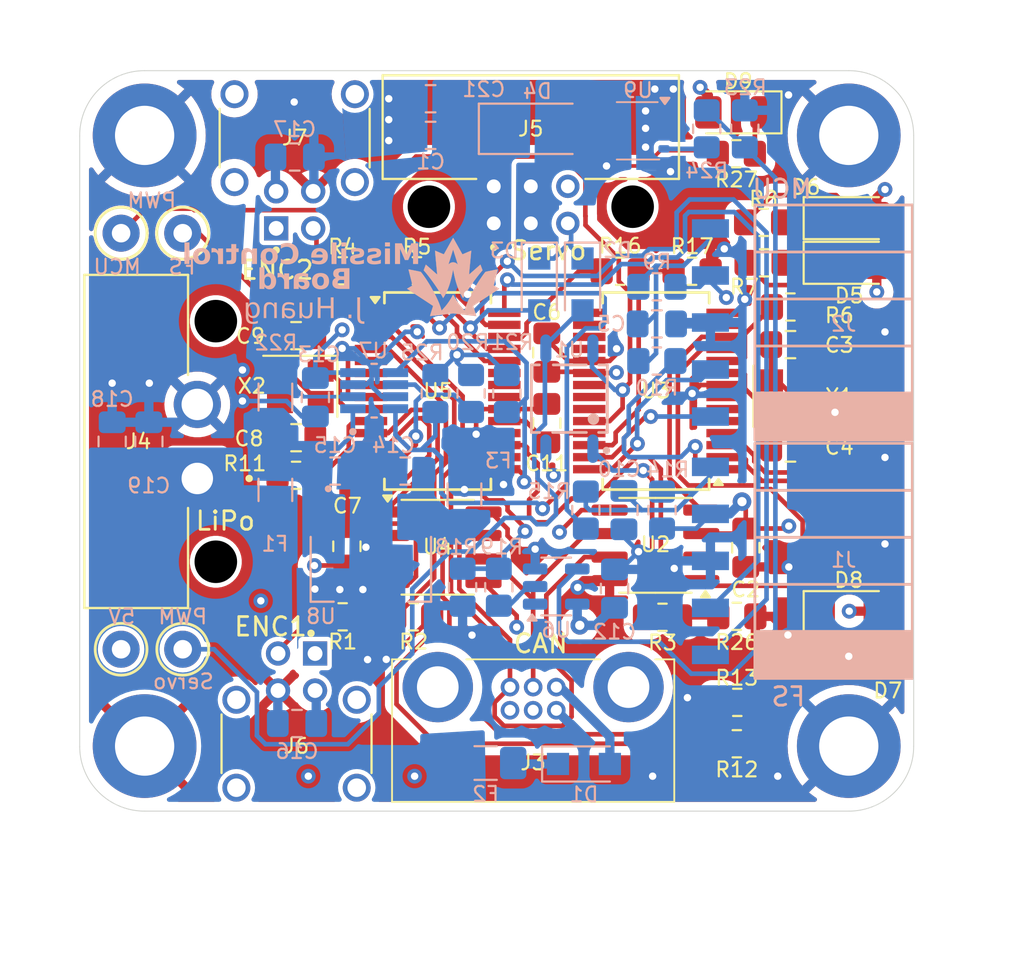
<source format=kicad_pcb>
(kicad_pcb (version 20240108) (generator "pcbnew") (generator_version "8.0")
  (layers (0 "F.Cu" signal) (1 "In1.Cu" signal) (2 "In2.Cu" signal) (31 "B.Cu" signal) (34 "B.Paste" user) (35 "F.Paste" user) (36 "B.SilkS" user "B.Silkscreen") (37 "F.SilkS" user "F.Silkscreen") (38 "B.Mask" user) (39 "F.Mask" user) (44 "Edge.Cuts" user))
  (net 0 "")
  (net 1 "/Servo+")
  (net 2 "GND")
  (net 3 "+5V")
  (net 4 "Net-(C3-Pad1)")
  (net 5 "/Primary MCU/OSC1_MCU")
  (net 6 "/MCLR_MCU")
  (net 7 "Net-(C8-Pad1)")
  (net 8 "/Failsafe MCU/OSC1_FS")
  (net 9 "+12V")
  (net 10 "Net-(D1-A)")
  (net 11 "Net-(D1-K)")
  (net 12 "/PWM_SERVO")
  (net 13 "Net-(D2-K)")
  (net 14 "/PWM_FS")
  (net 15 "/Servo-")
  (net 16 "Net-(D5-K)")
  (net 17 "Net-(D6-K)")
  (net 18 "Net-(D7-K)")
  (net 19 "Net-(D8-K)")
  (net 20 "/ICSPDAT_MCU")
  (net 21 "/ICSPCLK_MCU")
  (net 22 "/CANL")
  (net 25 "/CANH")
  (net 29 "Net-(U9-GATE)")
  (net 30 "/ENC1")
  (net 31 "Net-(R3-Pad2)")
  (net 32 "/FS_OVER")
  (net 33 "/ENC2")
  (net 34 "/Primary MCU/OSC2_MCU")
  (net 35 "Net-(U3-~{MCLR})")
  (net 36 "/Failsafe MCU/OSC2_FS")
  (net 37 "Net-(U5-RA1)")
  (net 38 "Net-(U5-RA0)")
  (net 39 "Net-(U5-~{MCLR})")
  (net 40 "Net-(U5-RB5)")
  (net 41 "/Failsafe MCU/FS_MCU")
  (net 42 "/Failsafe MCU/FET")
  (net 43 "Net-(R19-Pad2)")
  (net 44 "/Failsafe MCU/SCL_FS")
  (net 45 "/Failsafe MCU/SDA_FS")
  (net 46 "Net-(R23-Pad1)")
  (net 47 "/ALERT")
  (net 48 "/PWM_MCU")
  (net 49 "/Primary MCU/CAN_RX_MCU")
  (net 50 "/Primary MCU/CAN_TX_MCU")
  (net 62 "/Failsafe MCU/CAN_TX_FS")
  (net 63 "/Failsafe MCU/CAN_RX_FS")
  (net 72 "/Batt+")
  (net 73 "/ENC1_IN")
  (net 74 "/ENC2_IN")
  (net 75 "Net-(U3-RA1)")
  (net 76 "Net-(U3-RA0)")
  (net 77 "unconnected-(U3-RC3-Pad14)")
  (net 80 "/Power/LDO_OUT")
  (net 81 "Net-(D9-K)")
  (net 82 "/Failsafe MCU/MCLR_FS")
  (net 83 "/Failsafe MCU/ICSPCLK_FS")
  (net 84 "/Failsafe MCU/ICSPDAT_FS")
  (footprint "MountingHole:MountingHole_3.2mm_M3_DIN965_Pad" (layer "F.Cu") (at 153.9494 93.4974)
    (property "Reference" "H3" (hide yes))
    (property "Value" "M3")
  )
  (footprint "LED_SMD:LED_1206_3216Metric_Pad1.42x1.75mm_HandSolder" (layer "F.Cu") (at 191.9986 88.6714)
    (property "Reference" "D7")
    (property "Value" "BLUE")
  )
  (footprint "Capacitor_SMD:C_0805_2012Metric_Pad1.18x1.45mm_HandSolder" (layer "F.Cu") (at 186.4106 82.7786 -90)
    (property "Reference" "C2")
    (property "Value" "10u")
  )
  (footprint "Crystal:Crystal_SMD_Abracon_ABM8G-4Pin_3.2x2.5mm" (layer "F.Cu") (at 188.8236 74.5934)
    (property "Reference" "X1")
    (property "Value" "12MHz")
  )
  (footprint "canhw_footprints:HARWIN_M80-5400642" (layer "F.Cu") (at 174.8028 60.055351 180)
    (property "Reference" "J5")
    (property "Value" "Harwin_M80-5400642")
  )
  (footprint "TestPoint:TestPoint_Keystone_5000-5004_Miniature" (layer "F.Cu") (at 156.0068 88.265)
    (property "Reference" "TP4" (hide yes))
    (property "Value" "PWM_SERVO")
  )
  (footprint "TestPoint:TestPoint_Keystone_5000-5004_Miniature" (layer "F.Cu") (at 156.0068 65.786)
    (property "Reference" "TP5" (hide yes))
    (property "Value" "PWM_FS")
  )
  (footprint "Resistor_SMD:R_0805_2012Metric_Pad1.20x1.40mm_HandSolder" (layer "F.Cu") (at 168.656 67.818)
    (property "Reference" "R5")
    (property "Value" "4.3M")
  )
  (footprint "Capacitor_SMD:C_0805_2012Metric_Pad1.18x1.45mm_HandSolder" (layer "F.Cu") (at 162.1282 71.3232 180)
    (property "Reference" "C9")
    (property "Value" "26p")
  )
  (footprint "Capacitor_SMD:C_0805_2012Metric_Pad1.18x1.45mm_HandSolder" (layer "F.Cu") (at 162.1282 76.835)
    (property "Reference" "C8")
    (property "Value" "26p")
  )
  (footprint "Resistor_SMD:R_0805_2012Metric_Pad1.20x1.40mm_HandSolder" (layer "F.Cu") (at 188.8236 69.7738)
    (property "Reference" "R6")
    (property "Value" "0R")
  )
  (footprint "MountingHole:MountingHole_3.2mm_M3_DIN965_Pad" (layer "F.Cu") (at 153.9494 60.5028)
    (property "Reference" "H2" (hide yes))
    (property "Value" "M3")
  )
  (footprint "Resistor_SMD:R_0805_2012Metric_Pad1.20x1.40mm_HandSolder" (layer "F.Cu") (at 168.4782 86.5124)
    (property "Reference" "R2")
    (property "Value" "4.3M")
  )
  (footprint "Capacitor_SMD:C_0805_2012Metric_Pad1.18x1.45mm_HandSolder" (layer "F.Cu") (at 175.6664 76.0476 -90)
    (property "Reference" "C11")
    (property "Value" "100n")
  )
  (footprint "LED_SMD:LED_1206_3216Metric_Pad1.42x1.75mm_HandSolder" (layer "F.Cu") (at 191.9986 86.2584)
    (property "Reference" "D8")
    (property "Value" "WHITE")
  )
  (footprint "MountingHole:MountingHole_3.2mm_M3_DIN965_Pad" (layer "F.Cu") (at 191.9732 93.4974)
    (property "Reference" "H4" (hide yes))
    (property "Value" "M3")
  )
  (footprint "Resistor_SMD:R_0805_2012Metric_Pad1.20x1.40mm_HandSolder" (layer "F.Cu") (at 187.3758 65.2018 180)
    (property "Reference" "R8")
    (property "Value" "330R")
  )
  (footprint "Capacitor_SMD:C_0805_2012Metric_Pad1.18x1.45mm_HandSolder" (layer "F.Cu") (at 188.8236 77.3938)
    (property "Reference" "C4")
    (property "Value" "26p")
  )
  (footprint "Capacitor_SMD:C_0805_2012Metric_Pad1.18x1.45mm_HandSolder" (layer "F.Cu") (at 175.6664 72.2376 90)
    (property "Reference" "C6")
    (property "Value" "100n")
  )
  (footprint "Resistor_SMD:R_0805_2012Metric_Pad1.20x1.40mm_HandSolder" (layer "F.Cu") (at 185.9026 61.4934 180)
    (property "Reference" "R27")
    (property "Value" "330R")
  )
  (footprint "Resistor_SMD:R_0805_2012Metric_Pad1.20x1.40mm_HandSolder" (layer "F.Cu") (at 179.6288 67.8434 180)
    (property "Reference" "R16")
    (property "Value" "330R")
  )
  (footprint "Resistor_SMD:R_0805_2012Metric_Pad1.20x1.40mm_HandSolder" (layer "F.Cu") (at 185.928 86.487)
    (property "Reference" "R26")
    (property "Value" "10k")
  )
  (footprint "Resistor_SMD:R_0805_2012Metric_Pad1.20x1.40mm_HandSolder" (layer "F.Cu") (at 185.9534 91.1352 180)
    (property "Reference" "R13")
    (property "Value" "330R")
  )
  (footprint "Resistor_SMD:R_0805_2012Metric_Pad1.20x1.40mm_HandSolder" (layer "F.Cu") (at 164.6428 86.5124)
    (property "Reference" "R1")
    (property "Value" "1M")
  )
  (footprint "Capacitor_SMD:C_0805_2012Metric_Pad1.18x1.45mm_HandSolder" (layer "F.Cu") (at 188.8236 71.8058 180)
    (property "Reference" "C3")
    (property "Value" "26p")
  )
  (footprint "Resistor_SMD:R_0805_2012Metric_Pad1.20x1.40mm_HandSolder" (layer "F.Cu") (at 187.4012 67.3862 180)
    (property "Reference" "R7")
    (property "Value" "330R")
  )
  (footprint "Package_SO:SOIC-8_3.9x4.9mm_P1.27mm" (layer "F.Cu") (at 169.7736 82.7532)
    (property "Reference" "U4")
    (property "Value" "MCP2562")
  )
  (footprint "Capacitor_SMD:C_0805_2012Metric_Pad1.18x1.45mm_HandSolder" (layer "F.Cu") (at 164.8714 82.7024 90)
    (property "Reference" "C7")
    (property "Value" "10u")
  )
  (footprint "Resistor_SMD:R_0805_2012Metric_Pad1.20x1.40mm_HandSolder" (layer "F.Cu") (at 181.9148 86.5378 180)
    (property "Reference" "R3")
    (property "Value" "330R")
  )
  (footprint "LED_SMD:LED_1206_3216Metric_Pad1.42x1.75mm_HandSolder" (layer "F.Cu") (at 191.9986 64.9732)
    (property "Reference" "D6")
    (property "Value" "RED")
  )
  (footprint "Package_SO:SOIC-8_3.9x4.9mm_P1.27mm" (layer "F.Cu") (at 181.5338 82.6516 180)
    (property "Reference" "U2")
    (property "Value" "MCP2562")
  )
  (footprint "canhw_footprints:HARWIN_M80-5000000M5-02-333-00-000" (layer "F.Cu") (at 156.7942 77.0382 -90)
    (property "Reference" "J4")
    (property "Value" "Harwin_M80-5000000M5-02-333-00-000")
  )
  (footprint "TestPoint:TestPoint_Keystone_5000-5004_Miniature" (layer "F.Cu") (at 152.6794 88.265)
    (property "Reference" "TP2" (hide yes))
    (property "Value" "5V")
  )
  (footprint "Resistor_SMD:R_0805_2012Metric_Pad1.20x1.40mm_HandSolder" (layer "F.Cu") (at 162.1282 78.867 180)
    (property "Reference" "R11")
    (property "Value" "0R")
  )
  (footprint "Resistor_SMD:R_0805_2012Metric_Pad1.20x1.40mm_HandSolder" (layer "F.Cu") (at 185.928 93.3704 180)
    (property "Reference" "R12")
    (property "Value" "330R")
  )
  (footprint "canhw_footprints:HARWIN_M80-8510442" (layer "F.Cu") (at 162.1536 93.3704)
    (property "Reference" "J6")
    (property "Value" "Harwin_M80-8510442")
  )
  (footprint "MountingHole:MountingHole_3.2mm_M3_DIN965_Pad" (layer "F.Cu") (at 191.9732 60.5028)
    (property "Reference" "H1" (hide yes))
    (property "Value" "M3")
  )
  (footprint "Package_SO:SSOP-28_5.3x10.2mm_P0.65mm" (layer "F.Cu") (at 181.5592 74.314 180)
    (property "Reference" "U3")
    (property "Value" "PIC18F26K83")
  )
  (footprint "TestPoint:TestPoint_Keystone_5000-5004_Miniature" (layer "F.Cu") (at 152.6794 65.786)
    (property "Reference" "TP3" (hide yes))
    (property "Value" "PWM_MCU")
  )
  (footprint "LED_SMD:LED_1206_3216Metric_Pad1.42x1.75mm_HandSolder" (layer "F.Cu") (at 185.8801 59.2582 180)
    (property "Reference" "D9")
    (property "Value" "RED")
  )
  (footprint "Resistor_SMD:R_0805_2012Metric_Pad1.20x1.40mm_HandSolder" (layer "F.Cu") (at 164.6428 67.818)
    (property "Reference" "R4")
    (property "Value" "1M")
  )
  (footprint "Package_SO:SSOP-28_5.3x10.2mm_P0.65mm" (layer "F.Cu") (at 169.7736 74.314)
    (property "Reference" "U5")
    (property "Value" "PIC18F26K83")
  )
  (footprint "canhw_footprints:connector_Harwin_G125–MG10605M4P" (layer "F.Cu") (at 174.9298 90.310351)
    (property "Reference" "J3")
    (property "Value" "Harwin_G125-MG10605M4P")
  )
  (footprint "Resistor_SMD:R_0805_2012Metric_Pad1.20x1.40mm_HandSolder" (layer "F.Cu") (at 183.515 67.8434)
    (property "Reference" "R17")
    (property "Value" "10k")
  )
  (footprint "Crystal:Crystal_SMD_Abracon_ABM8G-4Pin_3.2x2.5mm" (layer "F.Cu") (at 162.3568 74.06 180)
    (property "Reference" "X2")
    (property "Value" "12MHz")
  )
  (footprint "LED_SMD:LED_1206_3216Metric_Pad1.42x1.75mm_HandSolder" (layer "F.Cu") (at 191.9986 67.3862)
    (property "Reference" "D5")
    (property "Value" "GREEN")
  )
  (footprint "canhw_footprints:HARWIN_M80-8510442" (layer "F.Cu") (at 162.052 60.6512 180)
    (property "Reference" "J7")
    (property "Value" "Harwin_M80-8510442")
  )
  (footprint "Resistor_SMD:R_1206_3216Metric_Pad1.30x1.75mm_HandSolder" (layer "B.Cu") (at 161.0106 74.64 90)
    (property "Reference" "R22")
    (property "Value" "13m")
  )
  (footprint "canhw_footprints:PinSocket_5x2.54_SMD_90deg_952-3198-1-ND" (layer "B.Cu") (at 184.503 88.5698 90)
    (property "Reference" "J1")
    (property "Value" "Conn_01x05_Female")
  )
  (footprint "Package_TO_SOT_SMD:OnSemi_ECH8" (layer "B.Cu") (at 180.594 60.2555 180)
    (property "Reference" "U9")
    (property "Value" "ECH8420-TL-H")
  )
  (footprint "Resistor_SMD:R_0805_2012Metric_Pad1.20x1.40mm_HandSolder" (layer "B.Cu") (at 171.1198 84.9122 -90)
    (property "Reference" "R18")
    (property "Value" "10k")
  )
  (footprint "Fuse:Fuse_1206_3216Metric_Pad1.42x1.75mm_HandSolder" (layer "B.Cu") (at 171.2214 79.9084 -90)
    (property "Reference" "F3")
    (property "Value" "Polyfuse 1A")
  )
  (footprint "Capacitor_SMD:C_0805_2012Metric_Pad1.18x1.45mm_HandSolder" (layer "B.Cu") (at 181.61 70.6882)
    (property "Reference" "C5")
    (property "Value" "100n")
  )
  (footprint "Resistor_SMD:R_0805_2012Metric_Pad1.20x1.40mm_HandSolder" (layer "B.Cu") (at 173.0756 84.9122 -90)
    (property "Reference" "R19")
    (property "Value" "330R")
  )
  (footprint "Resistor_SMD:R_0805_2012Metric_Pad1.20x1.40mm_HandSolder" (layer "B.Cu") (at 181.8894 80.7466 90)
    (property "Reference" "R14")
    (property "Value" "10k")
  )
  (footprint "Capacitor_SMD:C_0805_2012Metric_Pad1.18x1.45mm_HandSolder" (layer "B.Cu") (at 163.1696 74.6506 -90)
    (property "Reference" "C13")
    (property "Value" "100n")
  )
  (footprint "Capacitor_SMD:C_0805_2012Metric_Pad1.18x1.45mm_HandSolder" (layer "B.Cu") (at 162.179 92.2782 180)
    (property "Reference" "C16")
    (property "Value" "100n")
  )
  (footprint "canhw_footprints:SOIC254P610X218-4N" (layer "B.Cu") (at 176.8856 74.7268 90)
    (property "Reference" "U1")
    (property "Value" "CPC1117N")
  )
  (footprint "Diode_SMD:Nexperia_CFP3_SOD-123W" (layer "B.Cu") (at 177.673 94.4626)
    (property "Reference" "D1")
    (property "Value" "PMEG2010ER")
  )
  (footprint "Capacitor_SMD:C_0805_2012Metric_Pad1.18x1.45mm_HandSolder" (layer "B.Cu") (at 169.3926 58.5216 180)
    (property "Reference" "C21")
    (property "Value" "22u")
  )
  (footprint "Diode_SMD:Nexperia_CFP3_SOD-123W" (layer "B.Cu") (at 175.26 68.5546 -90)
    (property "Reference" "D3")
    (property "Value" "PMEG2010ER")
  )
  (footprint "Capacitor_SMD:C_0805_2012Metric_Pad1.18x1.45mm_HandSolder" (layer "B.Cu") (at 179.324 84.9884 90)
    (property "Reference" "C12")
    (property "Value" "100n")
  )
  (footprint "Resistor_SMD:R_0805_2012Metric_Pad1.20x1.40mm_HandSolder" (layer "B.Cu") (at 184.3024 60.1472 -90)
    (property "Reference" "R24")
    (property "Value" "330R")
  )
  (footprint "Capacitor_SMD:C_0805_2012Metric_Pad1.18x1.45mm_HandSolder" (layer "B.Cu") (at 152.1968 77.0382 90)
    (property "Reference" "C18")
    (property "Value" "22u")
  )
  (footprint "Resistor_SMD:R_0805_2012Metric_Pad1.20x1.40mm_HandSolder" (layer "B.Cu") (at 181.61 72.6948 180)
    (property "Reference" "R10")
    (property "Value" "330R")
  )
  (footprint "Resistor_SMD:R_0805_2012Metric_Pad1.20x1.40mm_HandSolder" (layer "B.Cu") (at 186.3598 60.1472 90)
    (property "Reference" "R23")
    (property "Value" "10k")
  )
  (footprint "Capacitor_SMD:C_0805_2012Metric_Pad1.18x1.45mm_HandSolder" (layer "B.Cu") (at 154.178 77.0382 90)
    (property "Reference" "C19")
    (property "Value" "22u")
  )
  (footprint "canhw_footprints:PinSocket_5x2.54_SMD_90deg_952-3198-1-ND" (layer "B.Cu") (at 184.503 75.692 90)
    (property "Reference" "J2")
    (property "Value" "Conn_01x05_Female")
  )
  (footprint "Package_TO_SOT_SMD:SOT-23-5" (layer "B.Cu") (at 176.1744 84.8755)
    (property "Reference" "U6")
    (property "Value" "SN74LVC1G14DBV")
  )
  (footprint "Diode_SMD:D_SOD-128" (layer "B.Cu") (at 175.1584 60.1472)
    (property "Reference" "D4")
    (property "Value" "STPS5H100AFY")
  )
  (footprint "Fuse:Fuse_1206_3216Metric_Pad1.42x1.75mm_HandSolder" (layer "B.Cu") (at 161.0106 79.6544 -90)
    (property "Reference" "F1")
    (property "Value" "Polyfuse 10A")
  )
  (footprint "Resistor_SMD:R_0805_2012Metric_Pad1.20x1.40mm_HandSolder" (layer "B.Cu") (at 169.6466 74.4474 -90)
    (property "Reference" "R25")
    (property "Value" "10k")
  )
  (footprint "Resistor_SMD:R_0805_2012Metric_Pad1.20x1.40mm_HandSolder" (layer "B.Cu") (at 173.5074 74.4474 -90)
    (property "Reference" "R21")
    (property "Value" "10k")
  )
  (footprint "Resistor_SMD:R_0805_2012Metric_Pad1.20x1.40mm_HandSolder" (layer "B.Cu") (at 171.577 74.4474 -90)
    (property "Reference" "R20")
    (property "Value" "10k")
  )
  (footprint "Capacitor_SMD:C_0805_2012Metric_Pad1.18x1.45mm_HandSolder" (layer "B.Cu") (at 164.2364 78.6384)
    (property "Reference" "C15")
    (property "Value" "0.33u")
  )
  (footprint "Resistor_SMD:R_0805_2012Metric_Pad1.20x1.40mm_HandSolder" (layer "B.Cu") (at 177.7746 80.7466 90)
    (property "Reference" "R15")
    (property "Value" "330R")
  )
  (footprint "Capacitor_SMD:C_0805_2012Metric_Pad1.18x1.45mm_HandSolder" (layer "B.Cu") (at 169.3926 60.5028 180)
    (property "Reference" "C1")
    (property "Value" "22u")
  )
  (footprint "Team_Logo:Logo_SilkScreen_5mm" (layer "B.Cu") (at 170.6118 68.1482 180)
    (property "Reference" "G***" (hide yes))
    (property "Value" "LOGO" (hide yes))
  )
  (footprint "canhw_footprints:SOT65P280X110-8N" (layer "B.Cu") (at 166.3446 74.295)
    (property "Reference" "U7")
    (property "Value" "INA232AIDDFR")
  )
  (footprint "canhw_footprints:SOT230P700X180-4N" (layer "B.Cu") (at 166.1668 83.947 -90)
    (property "Reference" "U8")
    (property "Value" "UA78M05IDCYR")
  )
  (footprint "Resistor_SMD:R_0805_2012Metric_Pad1.20x1.40mm_HandSolder" (layer "B.Cu") (at 181.61 68.6816 180)
    (property "Reference" "R9")
    (property "Value" "10k")
  )
  (footprint "Capacitor_SMD:C_0805_2012Metric_Pad1.18x1.45mm_HandSolder" (layer "B.Cu") (at 162.052 61.6712)
    (property "Reference" "C17")
    (property "Value" "100n")
  )
  (footprint "Capacitor_SMD:C_0805_2012Metric_Pad1.18x1.45mm_HandSolder" (layer "B.Cu") (at 179.832 80.7466 -90)
    (property "Reference" "C10")
    (property "Value" "100n")
  )
  (footprint "Fuse:Fuse_1206_3216Metric_Pad1.42x1.75mm_HandSolder" (layer "B.Cu") (at 172.3644 94.4118)
    (property "Reference" "F2")
    (property "Value" "Polyfuse 1A")
  )
  (footprint "Capacitor_SMD:C_0805_2012Metric_Pad1.18x1.45mm_HandSolder" (layer "B.Cu") (at 168.021 78.6384 180)
    (property "Reference" "C14")
    (property "Value" "100n")
  )
  (footprint "Diode_SMD:Nexperia_CFP3_SOD-123W" (layer "B.Cu") (at 177.5968 68.5546 -90)
    (property "Reference" "D2")
    (property "Value" "PMEG2010ER")
  )
  (gr_line (start 191.9784 97.010351) (end 153.9442 97.010351) (stroke (width 0.05)) (layer "Edge.Cuts"))
  (gr_arc (start 195.4784 93.510351) (mid 194.453291 95.985256) (end 191.9784 97.0104) (stroke (width 0.05)) (layer "Edge.Cuts"))
  (gr_line (start 195.4784 60.505351) (end 195.4784 93.510351) (stroke (width 0.05)) (layer "Edge.Cuts"))
  (gr_arc (start 153.9442 97.010531) (mid 151.47997 95.996056) (end 150.4442 93.5407) (stroke (width 0.05)) (layer "Edge.Cuts"))
  (gr_line (start 153.9442 57.005351) (end 191.9784 57.005351) (stroke (width 0.05)) (layer "Edge.Cuts"))
  (gr_arc (start 150.4442 60.5357) (mid 151.458544 58.041169) (end 153.9442 57.005269) (stroke (width 0.05)) (layer "Edge.Cuts"))
  (gr_arc (start 191.9784 57.005351) (mid 194.453291 58.030474) (end 195.4784 60.505351) (stroke (width 0.05)) (layer "Edge.Cuts"))
  (gr_line (start 150.4442 93.5407) (end 150.4442 60.5357) (stroke (width 0.05)) (layer "Edge.Cuts"))
  (gr_text "Board" (at 165.1508 68.9864 0) (layer "B.SilkS") (effects (font (size 1.1 1.1) (thickness 0.22) (bold yes)) (justify left bottom mirror)))
  (gr_text "J. Huang" (at 165.735 70.5612 0) (layer "B.SilkS") (effects (font (size 1.1 1.1) (thickness 0.125)) (justify left bottom mirror)))
  (gr_text "FS" (at 156.7688 68.072 0) (layer "B.SilkS") (effects (font (size 0.8 0.8) (thickness 0.12)) (justify left bottom mirror)))
  (gr_text "PWM" (at 155.7274 64.4906 0) (layer "B.SilkS") (effects (font (size 0.8 0.8) (thickness 0.12)) (justify left bottom mirror)))
  (gr_text "MCU" (at 153.8224 68.072 0) (layer "B.SilkS") (effects (font (size 0.8 0.8) (thickness 0.12)) (justify left bottom mirror)))
  (gr_text "PWM" (at 157.4038 86.9696 0) (layer "B.SilkS") (effects (font (size 0.8 0.8) (thickness 0.12)) (justify left bottom mirror)))
  (gr_text "MCU" (at 190.0682 63.9826 0) (layer "B.SilkS") (effects (font (size 1 1)) (justify left bottom mirror)))
  (gr_text "Missile Control" (at 168.8592 67.6402 0) (layer "B.SilkS") (effects (font (size 1.1 1.1) (thickness 0.22) (bold yes)) (justify left bottom mirror)))
  (gr_text "Servo" (at 157.7594 90.4748 0) (layer "B.SilkS") (effects (font (size 0.8 0.8) (thickness 0.12)) (justify left bottom mirror)))
  (gr_text "FS" (at 189.7126 91.4146 0) (layer "B.SilkS") (effects (font (size 1 1) (thickness 0.15) (bold yes)) (justify left bottom mirror)))
  (gr_text "5V" (at 153.5176 86.9696 0) (layer "B.SilkS") (effects (font (size 0.8 0.8) (thickness 0.12)) (justify left bottom mirror)))
  (gr_text "CAN" (at 173.7868 88.5444 0) (layer "F.SilkS") (effects (font (size 1 1)) (justify left bottom)))
  (gr_text "ENC1" (at 158.6992 87.63 0) (layer "F.SilkS") (effects (font (size 1 1)) (justify left bottom)))
  (gr_text "Servo" (at 173.609 67.31 0) (layer "F.SilkS") (effects (font (size 1 1)) (justify left bottom)))
  (gr_text "ENC2" (at 159.058132 68.36377 0) (layer "F.SilkS") (effects (font (size 1 1)) (justify left bottom)))
  (gr_text "LiPo" (at 156.6164 81.915 0) (layer "F.SilkS") (effects (font (size 1 1)) (justify left bottom)))
  (segment (start 165.1946 74.62) (end 162.5406 74.62) (width 0.2) (layer "B.Cu") (net 1))
  (segment (start 162.5406 74.62) (end 161.0106 73.09) (width 0.2) (layer "B.Cu") (net 1))
  (segment (start 164.9318 74.5222) (end 164.9318 72.3234) (width 0.25) (layer "F.Cu") (net 2))
  (segment (start 173.5486 82.134) (end 173.5486 81.767292) (width 0.25) (layer "F.Cu") (net 2))
  (segment (start 175.6664 78.509881) (end 175.6664 77.0851) (width 0.25) (layer "F.Cu") (net 2))
  (segment (start 170.115863 67.818) (end 171.388278 69.090415) (width 0.25) (layer "F.Cu") (net 2))
  (segment (start 187.7861 73.6809) (end 187.7236 73.7434) (width 0.25) (layer "F.Cu") (net 2))
  (segment (start 161.0907 71.3232) (end 161.0907 73.0439) (width 0.25) (layer "F.Cu") (net 2))
  (segment (start 159.2652 73.21) (end 161.2568 73.21) (width 0.25) (layer "F.Cu") (net 2))
  (segment (start 177.9592 72.689) (end 176.8342 72.689) (width 0.25) (layer "F.Cu") (net 2))
  (segment (start 183.1594 83.2866) (end 182.5498 83.8962) (width 0.25) (layer "F.Cu") (net 2))
  (segment (start 183.9708 73.989) (end 183.515 74.4448) (width 0.25) (layer "F.Cu") (net 2))
  (segment (start 184.515 67.369416) (end 185.252416 66.632) (width 0.25) (layer "F.Cu") (net 2))
  (segment (start 186.4106 83.8161) (end 188.7319 83.8161) (width 0.25) (layer "F.Cu") (net 2))
  (segment (start 179.0588 84.5566) (end 177.706104 84.5566) (width 0.25) (layer "F.Cu") (net 2))
  (segment (start 175.0369 82.8548) (end 174.2694 82.8548) (width 0.25) (layer "F.Cu") (net 2))
  (segment (start 187.7861 71.8058) (end 187.7861 73.6809) (width 0.25) (layer "F.Cu") (net 2))
  (segment (start 173.5486 81.767292) (end 172.629508 80.8482) (width 0.25) (layer "F.Cu") (net 2))
  (segment (start 187.682002 86.487) (end 186.928 86.487) (width 0.25) (layer "F.Cu") (net 2))
  (segment (start 164.8714 81.723227) (end 165.899826 82.751653) (width 0.25) (layer "F.Cu") (net 2))
  (segment (start 164.8714 81.6649) (end 164.8714 81.723227) (width 0.25) (layer "F.Cu") (net 2))
  (segment (start 174.5203 75.939) (end 175.6664 77.0851) (width 0.25) (layer "F.Cu") (net 2))
  (segment (start 166.533279 82.1182) (end 165.899826 82.751653) (width 0.25) (layer "F.Cu") (net 2))
  (segment (start 163.1657 75.2011) (end 163.4568 74.91) (width 0.25) (layer "F.Cu") (net 2))
  (segment (start 177.706104 84.5566) (end 177.337204 84.9255) (width 0.25) (layer "F.Cu") (net 2))
  (segment (start 185.1592 73.989) (end 183.9708 73.989) (width 0.25) (layer "F.Cu") (net 2))
  (segment (start 172.629508 80.8482) (end 172.2486 80.8482) (width 0.25) (layer "F.Cu") (net 2))
  (segment (start 191.23 75.4634) (end 191.21 75.4434) (width 0.25) (layer "F.Cu") (net 2))
  (segment (start 161.0907 73.0439) (end 161.2568 73.21) (width 0.25) (layer "F.Cu") (net 2))
  (segment (start 163.3568 74.91) (end 161.6568 73.21) (width 0.25) (layer "F.Cu") (net 2))
  (segment (start 189.8611 75.5059) (end 189.9236 75.4434) (width 0.25) (layer "F.Cu") (net 2))
  (segment (start 159.2326 73.1774) (end 159.2652 73.21) (width 0.25) (layer "F.Cu") (net 2))
  (segment (start 175.6664 71.5212) (end 175.6664 71.2001) (width 0.25) (layer "F.Cu") (net 2))
  (segment (start 189.8611 77.3938) (end 189.8611 75.5059) (width 0.25) (layer "F.Cu") (net 2))
  (segment (start 184.0088 83.2866) (end 183.1594 83.2866) (width 0.25) (layer "F.Cu") (net 2))
  (segment (start 176.8342 72.689) (end 175.6664 71.5212) (width 0.25) (layer "F.Cu") (net 2))
  (segment (start 189.9236 75.4434) (end 189.8236 75.4434) (width 0.25) (layer "F.Cu") (net 2))
  (segment (start 165.0486 74.639) (end 164.9318 74.5222) (width 0.25) (layer "F.Cu") (net 2))
  (segment (start 164.9318 72.3234) (end 164.6174 72.009) (width 0.25) (layer "F.Cu") (net 2))
  (segment (start 163.1657 76.835) (end 163.1657 75.2011) (width 0.25) (layer "F.Cu") (net 2))
  (segment (start 179.436048 72.312152) (end 179.436048 72.030127) (width 0.25) (layer "F.Cu") (net 2))
  (segment (start 166.997854 88.812034) (end 167.178566 88.812034) (width 0.25) (layer "F.Cu") (net 2))
  (segment (start 188.7319 83.8161) (end 188.7358 83.82) (width 0.25) (layer "F.Cu") (net 2))
  (segment (start 167.178566 88.812034) (end 169.4782 86.5124) (width 0.25) (layer "F.Cu") (net 2))
  (segment (start 176.024601 78.868082) (end 175.6664 78.509881) (width 0.25) (layer "F.Cu") (net 2))
  (segment (start 188.1236 73.7434) (end 187.7236 73.7434) (width 0.25) (layer "F.Cu") (net 2))
  (segment (start 173.3736 75.939) (end 174.5203 75.939) (width 0.25) (layer "F.Cu") (net 2))
  (segment (start 167.2986 82.1182) (end 166.533279 82.1182) (width 0.25) (layer "F.Cu") (net 2))
  (segment (start 161.6568 73.21) (end 161.2568 73.21) (width 0.25) (layer "F.Cu") (net 2))
  (segment (start 163.4568 74.91) (end 163.3568 74.91) (width 0.25) (layer "F.Cu") (net 2))
  (segment (start 189.8236 75.4434) (end 188.1236 73.7434) (width 0.25) (layer "F.Cu") (net 2))
  (segment (start 188.688908 87.493906) (end 187.682002 86.487) (width 0.25) (layer "F.Cu") (net 2))
  (segment (start 179.0592 72.689) (end 179.436048 72.312152) (width 0.25) (layer "F.Cu") (net 2))
  (segment (start 184.515 67.8434) (end 184.515 67.369416) (width 0.25) (layer "F.Cu") (net 2))
  (segment (start 169.656 67.818) (end 170.115863 67.818) (width 0.25) (layer "F.Cu") (net 2))
  (segment (start 177.9592 72.689) (end 179.0592 72.689) (width 0.25) (layer "F.Cu") (net 2))
  (segment (start 191.21 75.4434) (end 189.9236 75.4434) (width 0.25) (layer "F.Cu") (net 2))
  (segment (start 174.2694 82.8548) (end 173.5486 82.134) (width 0.25) (layer "F.Cu") (net 2))
  (segment (start 166.1736 74.639) (end 165.0486 74.639) (width 0.25) (layer "F.Cu") (net 2))
  (via (at 171.388278 69.090415) (size 0.8) (drill 0.4) (layers "F.Cu" "B.Cu") (net 2))
  (via (at 168.529 95.123) (size 0.8) (drill 0.4) (layers "F.Cu" "B.Cu") (net 2))
  (via (at 181.0004 59.182) (size 0.8) (drill 0.4) (layers "F.Cu" "B.Cu") (net 2))
  (via (at 188.7358 83.82) (size 0.8) (drill 0.4) (layers "F.Cu" "B.Cu") (net 2))
  (via (at 168.673261 71.116033) (size 0.8) (drill 0.4) (layers "F.Cu" "B.Cu") (net 2))
  (via (at 160.2232 85.6488) (size 0.8) (drill 0.4) (layers "F.Cu" "B.Cu") (net 2))
  (via (at 177.337204 84.9255) (size 0.8) (drill 0.4) (layers "F.Cu" "B.Cu") (net 2))
  (via (at 162.0266 58.6994) (size 0.8) (drill 0.4) (layers "F.Cu" "B.Cu") (net 2))
  (via (at 159.2326 73.1774) (size 0.8) (drill 0.4) (layers "F.Cu" "B.Cu") (net 2))
  (via (at 185.252416 66.632) (size 0.8) (drill 0.4) (layers "F.Cu" "B.Cu") (net 2))
  (via (at 165.899826 82.751653) (size 0.8) (drill 0.4) (layers "F.Cu" "B.Cu") (net 2))
  (via (at 180.619764 82.99217) (size 0.8) (drill 0.4) (layers "F.Cu" "B.Cu") (net 2))
  (via (at 179.436048 72.030127) (size 0.8) (drill 0.4) (layers "F.Cu" "B.Cu") (net 2))
  (via (at 191.23 75.4634) (size 0.8) (drill 0.4) (layers "F.Cu" "B.Cu") (net 2))
  (via (at 166.997854 88.812034) (size 0.8) (drill 0.4) (layers "F.Cu" "B.Cu") (net 2))
  (via (at 165.735 85.0392) (size 0.8) (drill 0.4) (layers "F.Cu" "B.Cu") (net 2))
  (via (at 183.515 74.4448) (size 0.8) (drill 0.4) (layers "F.Cu" "B.Cu") (net 2))
  (via (at 188.688908 87.493906) (size 0.8) (drill 0.4) (layers "F.Cu" "B.Cu") (net 2))
  (via (at 167.132 58.5216) (size 0.8) (drill 0.4) (layers "F.Cu" "B.Cu") (net 2))
  (via (at 188.722 58.3184) (size 0.8) (drill 0.4) (layers "F.Cu" "B.Cu") (net 2))
  (via (at 183.261 90.8812) (size 0.8) (drill 0.4) (layers "F.Cu" "B.Cu") (net 2))
  (via (at 193.929 71.12) (size 0.8) (drill 0.4) (layers "F.Cu" "B.Cu") (net 2))
  (via (at 167.132 59.6519) (size 0.8) (drill 0.4) (layers "F.Cu" "B.Cu") (net 2))
  (via (at 154.2034 73.8886) (size 0.8) (drill 0.4) (layers "F.Cu" "B.Cu") (net 2))
  (via (at 176.024601 78.868082) (size 0.8) (drill 0.4) (layers "F.Cu" "B.Cu") (net 2))
  (via (at 182.5498 83.8962) (size 0.8) (drill 0.4) (layers "F.Cu" "B.Cu") (net 2))
  (via (at 182.5 58) (size 0.8) (drill 0.4) (layers "F.Cu" "B.Cu") (net 2))
  (via (at 165.989 88.8238) (size 0.8) (drill 0.4) (layers "F.Cu" "B.Cu") (net 2))
  (via (at 188.1378 95.123) (size 0.8) (drill 0.4) (layers "F.Cu" "B.Cu") (net 2))
  (via (at 152.1968 73.8886) (size 0.8) (drill 0.4) (layers "F.Cu" "B.Cu") (net 2))
  (via (at 162.7886 95.123) (size 0.8) (drill 0.4) (layers "F.Cu" "B.Cu") (net 2))
  (via (at 171.6278 87.503) (size 0.8) (drill 0.4) (layers "F.Cu" "B.Cu") (net 2))
  (via (at 181.0004 61.1378) (size 0.8) (drill 0.4) (layers "F.Cu" "B.Cu") (net 2))
  (via (at 164.6174 72.009) (size 0.8) (drill 0.4) (layers "F.Cu" "B.Cu") (net 2))
  (via (at 186.35659 69.35797) (size 0.8) (drill 0.4) (layers "F.Cu" "B.Cu") (net 2))
  (via (at 175.0369 82.8548) (size 0.8) (drill 0.4) (layers "F.Cu" "B.Cu") (net 2))
  (via (at 193.929 77.9018) (size 0.8) (drill 0.4) (layers "F.Cu" "B.Cu") (net 2))
  (via (at 181.5 58) (size 0.8) (drill 0.4) (layers "F.Cu" "B.Cu") (net 2))
  (via (at 167.132 60.7822) (size 0.8) (drill 0.4) (layers "F.Cu" "B.Cu") (net 2))
  (via (at 182.3466 62.4586) (size 0.8) (drill 0.4) (layers "F.Cu" "B.Cu") (net 2))
  (via (at 181.0004 60.1218) (size 0.8) (drill 0.4) (layers "F.Cu" "B.Cu") (net 2))
  (via (at 159.2326 74.8538) (size 0.8) (drill 0.4) (layers "F.Cu" "B.Cu") (net 2))
  (via (at 164.4904 85.0392) (size 0.8) (drill 0.4) (layers "F.Cu" "B.Cu") (net 2))
  (via (at 193.929 82.5754) (size 0.8) (drill 0.4) (layers "F.Cu" "B.Cu") (net 2))
  (via (at 181.3814 95.123) (size 0.8) (drill 0.4) (layers "F.Cu" "B.Cu") (net 2))
  (via (at 163.1442 85.0138) (size 0.8) (drill 0.4) (layers "F.Cu" "B.Cu") (net 2))
  (segment (start 182.5498 83.8962) (end 182.9562 83.4898) (width 0.25) (layer "B.Cu") (net 2))
  (segment (start 186.35659 69.52301) (end 185.2676 70.612) (width 0.25) (layer "B.Cu") (net 2))
  (segment (start 179.661034 83.9509) (end 179.324 83.9509) (width 0.25) (layer "B.Cu") (net 2))
  (segment (start 171.1198 86.995) (end 171.6278 87.503) (width 0.25) (layer "B.Cu") (net 2))
  (segment (start 161.1415 90.5075) (end 161.1536 90.4954) (width 0.25) (layer "B.Cu") (net 2))
  (segment (start 168.673261 71.116033) (end 168.024367 71.116033) (width 0.25) (layer "B.Cu") (net 2))
  (segment (start 165.915826 73.97) (end 166.2046 73.681226) (width 0.25) (layer "B.Cu") (net 2))
  (segment (start 179.324 83.9509) (end 179.357296 83.984196) (width 0.25) (layer "B.Cu") (net 2))
  (segment (start 180.619764 82.99217) (end 179.832 82.204406) (width 0.25) (layer "B.Cu") (net 2))
  (segment (start 154.178 76.0007) (end 155.8317 76.0007) (width 0.5) (layer "B.Cu") (net 2))
  (segment (start 163.0895 61.6712) (end 163.0895 63.4887) (width 0.5) (layer "B.Cu") (net 2))
  (segment (start 175.0369 82.8548) (end 175.0369 83.9255) (width 0.25) (layer "B.Cu") (net 2))
  (segment (start 186.35659 69.35797) (end 186.35659 69.52301) (width 0.25) (layer "B.Cu") (net 2))
  (segment (start 175.5648 78.408281) (end 175.5648 77.3752) (width 0.25) (layer "B.Cu") (net 2))
  (segment (start 182.9562 83.4898) (end 184.5284 83.4898) (width 0.25) (layer "B.Cu") (net 2))
  (segment (start 166.2046 74.051226) (end 166.2046 73.681226) (width 0.25) (layer "B.Cu") (net 2))
  (segment (start 176.024601 78.868082) (end 175.5648 78.408281) (width 0.25) (layer "B.Cu") (net 2))
  (segment (start 184.4522 70.6882) (end 184.5284 70.612) (width 0.25) (layer "B.Cu") (net 2))
  (segment (start 155.8317 76.0007) (end 156.7942 75.0382) (width 0.5) (layer "B.Cu") (net 2))
  (segment (start 165.1946 73.97) (end 165.915826 73.97) (width 0.25) (layer "B.Cu") (net 2))
  (segment (start 167.4946 74.62) (end 166.773374 74.62) (width 0.25) (layer "B.Cu") (net 2))
  (segment (start 166.2046 72.9358) (end 165.2778 72.009) (width 0.25) (layer "B.Cu") (net 2))
  (segment (start 161.6103 74.8538) (end 159.2326 74.8538) (width 0.25) (layer "B.Cu") (net 2))
  (segment (start 171.1198 85.9122) (end 171.1198 86.995) (width 0.25) (layer "B.Cu") (net 2))
  (segment (start 165.2778 72.009) (end 164.6174 72.009) (width 0.25) (layer "B.Cu") (net 2))
  (segment (start 163.0895 63.4887) (end 163.052 63.5262) (width 0.25) (layer "B.Cu") (net 2))
  (segment (start 180.619764 82.99217) (end 179.661034 83.9509) (width 0.25) (layer "B.Cu") (net 2))
  (segment (start 179.6796 81.7466) (end 179.713538 81.7466) (width 0.5) (layer "B.Cu") (net 2))
  (segment (start 168.024367 71.116033) (end 166.2046 72.9358) (width 0.25) (layer "B.Cu") (net 2))
  (segment (start 188.722 58.3184) (end 187.8932 59.1472) (width 0.25) (layer "B.Cu") (net 2))
  (segment (start 179.832 82.204406) (end 179.832 81.7841) (width 0.25) (layer "B.Cu") (net 2))
  (segment (start 166.773374 74.62) (end 166.2046 74.051226) (width 0.25) (layer "B.Cu") (net 2))
  (segment (start 187.8932 59.1472) (end 186.3598 59.1472) (width 0.25) (layer "B.Cu") (net 2))
  (segment (start 168.3551 60.198) (end 168.3551 59.7701) (width 0.25) (layer "B.Cu") (net 2))
  (segment (start 162.4446 75.6881) (end 161.6103 74.8538) (width 0.25) (layer "B.Cu") (net 2))
  (segment (start 161.1415 92.2782) (end 161.1415 90.5075) (width 0.5) (layer "B.Cu") (net 2))
  (segment (start 163.1696 75.6881) (end 162.4446 75.6881) (width 0.25) (layer "B.Cu") (net 2))
  (segment (start 182.6475 70.6882) (end 184.4522 70.6882) (width 0.25) (layer "B.Cu") (net 2))
  (segment (start 185.2676 70.612) (end 184.5284 70.612) (width 0.25) (layer "B.Cu") (net 2))
  (segment (start 166.2046 73.681226) (end 166.2046 72.9358) (width 0.25) (layer "B.Cu") (net 2))
  (segment (start 164.8714 83.7399) (end 163.1227 83.7399) (width 0.25) (layer "F.Cu") (net 3))
  (segment (start 193.929 63.4238) (end 193.4861 63.8667) (width 0.5) (layer "F.Cu") (net 3))
  (segment (start 172.2486 75.289) (end 173.3736 75.289) (width 0.25) (layer "F.Cu") (net 3))
  (segment (start 177.8953 73.2751) (end 177.9592 73.339) (width 0.25) (layer "F.Cu") (net 3))
  (segment (start 179.0588 80.7466) (end 177.546 80.7466) (width 0.25) (layer "F.Cu") (net 3))
  (segment (start 193.4861 63.8667) (end 193.4861 64.9986) (width 0.5) (layer "F.Cu") (net 3))
  (segment (start 188.602603 81.7411) (end 188.735799 81.607904) (width 0.25) (layer "F.Cu") (net 3))
  (segment (start 163.1227 83.7399) (end 163.1188 83.7438) (width 0.25) (layer "F.Cu") (net 3))
  (segment (start 186.4106 81.7411) (end 188.602603 81.7411) (width 0.25) (layer "F.Cu") (net 3))
  (segment (start 174.0408 86.4504) (end 174.0408 87.0712) (width 0.25) (layer "F.Cu") (net 3))
  (segment (start 179.426965 73.3138) (end 179.401765 73.339) (width 0.25) (layer "F.Cu") (net 3))
  (segment (start 184.3926 58.351151) (end 184.3926 59.2582) (width 0.5) (layer "F.Cu") (net 3))
  (segment (start 164.8714 83.7399) (end 166.9469 83.7399) (width 0.25) (layer "F.Cu") (net 3))
  (segment (start 193.4861 85.852) (end 193.4607 85.8774) (width 0.5) (layer "F.Cu") (net 3))
  (segment (start 193.4861 64.9986) (end 193.4861 67.3862) (width 0.5) (layer "F.Cu") (net 3))
  (segment (start 186.4106 80.4926) (end 186.2074 80.2894) (width 0.25) (layer "F.Cu") (net 3))
  (segment (start 175.3875 75.289) (end 175.6664 75.0101) (width 0.25) (layer "F.Cu") (net 3))
  (segment (start 172.2486 84.6582) (end 174.0408 86.4504) (width 0.25) (layer "F.Cu") (net 3))
  (segment (start 193.4607 88.6714) (end 191.9986 88.6714) (width 0.5) (layer "F.Cu") (net 3))
  (segment (start 179.401765 73.339) (end 177.9592 73.339) (width 0.25) (layer "F.Cu") (net 3))
  (segment (start 166.9469 83.7399) (end 167.2986 83.3882) (width 0.25) (layer "F.Cu") (net 3))
  (segment (start 173.3736 75.289) (end 175.3875 75.289) (width 0.25) (layer "F.Cu") (net 3))
  (segment (start 183.9468 57.905351) (end 184.3926 58.351151) (width 0.5) (layer "F.Cu") (net 3))
  (segment (start 191.9986 86.2076) (end 193.4607 86.2076) (width 0.5) (layer "F.Cu") (net 3))
  (segment (start 177.546 80.7466) (end 176.3522 81.9404) (width 0.25) (layer "F.Cu") (net 3))
  (segment (start 193.4861 88.2904) (end 193.4861 85.852) (width 0.5) (layer "F.Cu") (net 3))
  (segment (start 175.6664 73.2751) (end 177.8953 73.2751) (width 0.25) (layer "F.Cu") (net 3))
  (segment (start 186.4106 81.7411) (end 186.4106 80.4926) (width 0.25) (layer "F.Cu") (net 3))
  (segment (start 184.0088 82.0166) (end 186.1351 82.0166) (width 0.25) (layer "F.Cu") (net 3))
  (segment (start 186.1351 82.0166) (end 186.4106 81.7411) (width 0.25) (layer "F.Cu") (net 3))
  (segment (start 171.851638 76.6474) (end 171.851638 75.685962) (width 0.25) (layer "F.Cu") (net 3))
  (segment (start 193.4861 68.961) (end 193.4861 67.3862) (width 0.5) (layer "F.Cu") (net 3))
  (segment (start 171.851638 75.685962) (end 172.2486 75.289) (width 0.25) (layer "F.Cu") (net 3))
  (via (at 176.3522 81.9404) (size 0.8) (drill 0.4) (layers "F.Cu" "B.Cu") (net 3))
  (via (at 193.929 63.4238) (size 0.8) (drill 0.4) (layers "F.Cu" "B.Cu") (net 3))
  (via (at 185.36116 69.262454) (size 0.8) (drill 0.4) (layers "F.Cu" "B.Cu") (net 3))
  (via (at 193.4861 68.961) (size 0.8) (drill 0.4) (layers "F.Cu" "B.Cu") (net 3))
  (via (at 174.0408 87.0712) (size 0.8) (drill 0.4) (layers "F.Cu" "B.Cu") (net 3))
  (via (at 170.815 72.353) (size 0.8) (drill 0.4) (layers "F.Cu" "B.Cu") (net 3))
  (via (at 191.9732 88.646) (size 0.8) (drill 0.4) (layers "F.Cu" "B.Cu") (net 3))
  (via (at 173.3296 79.364002) (size 0.8) (drill 0.4) (layers "F.Cu" "B.Cu") (net 3))
  (via (at 177.447981 86.973181) (size 1) (drill 0.5) (layers "F.Cu" "B.Cu") (net 3))
  (via (at 164.6174 71.008997) (size 0.8) (drill 0.4) (layers "F.Cu" "B.Cu") (net 3))
  (via (at 183.9468 57.905351) (size 0.8) (drill 0.4) (layers "F.Cu" "B.Cu") (net 3))
  (via (at 171.851638 76.6474) (size 0.8) (drill 0.4) (layers "F.Cu" "B.Cu") (net 3))
  (via (at 179.426965 73.3138) (size 0.8) (drill 0.4) (layers "F.Cu" "B.Cu") (net 3))
  (via (at 171.2172 79.6334) (size 0.8) (drill 0.4) (layers "F.Cu" "B.Cu") (net 3))
  (via (at 163.1188 83.7438) (size 0.8) (drill 0.4) (layers "F.Cu" "B.Cu") (net 3))
  (via (at 191.9986 86.2076) (size 0.8) (drill 0.4) (layers "F.Cu" "B.Cu") (net 3))
  (via (at 188.735799 81.607904) (size 0.8) (drill 0.4) (layers "F.Cu" "B.Cu") (net 3))
  (via (at 186.2074 80.2894) (size 1) (drill 0.5) (layers "F.Cu" "B.Cu") (net 3))
  (segment (start 170.815 72.353) (end 170.815 72.7616) (width 0.25) (layer "B.Cu") (net 3))
  (segment (start 179.2517 86.0259) (end 178.304419 86.973181) (width 0.5) (layer "B.Cu") (net 3))
  (segment (start 184.5284 68.072) (end 185.1152 68.072) (width 0.5) (layer "B.Cu") (net 3))
  (segment (start 179.324 86.0259) (end 179.2517 86.0259) (width 0.5) (layer "B.Cu") (net 3))
  (segment (start 171.2214 79.6292) (end 171.2172 79.6334) (width 0.25) (layer "B.Cu") (net 3))
  (segment (start 169.7206 73.4474) (end 170.815 72.353) (width 0.25) (layer "B.Cu") (net 3))
  (segment (start 178.304419 86.973181) (end 177.447981 86.973181) (width 0.5) (layer "B.Cu") (net 3))
  (segment (start 170.8266 72.3646) (end 172.466 72.3646) (width 0.25) (layer "B.Cu") (net 3))
  (segment (start 184.5284 80.9498) (end 185.547 80.9498) (width 0.5) (layer "B.Cu") (net 3))
  (segment (start 182.61 68.6816) (end 183.9188 68.6816) (width 0.25) (layer "B.Cu") (net 3))
  (segment (start 163.4627 73.32) (end 165.1946 73.32) (width 0.25) (layer "B.Cu") (net 3))
  (segment (start 183.9188 68.6816) (end 184.5284 68.072) (width 0.25) (layer "B.Cu") (net 3))
  (segment (start 185.547 80.9498) (end 186.2074 80.2894) (width 0.5) (layer "B.Cu") (net 3))
  (segment (start 170.815 72.7616) (end 171.5008 73.4474) (width 0.25) (layer "B.Cu") (net 3))
  (segment (start 183.7316 81.7466) (end 184.5284 80.9498) (width 0.25) (layer "B.Cu") (net 3))
  (segment (start 161.0145 63.4887) (end 161.052 63.5262) (width 0.25) (layer "B.Cu") (net 3))
  (segment (start 163.1696 72.431495) (end 164.592098 71.008997) (width 0.25) (layer "B.Cu") (net 3))
  (segment (start 170.815 72.353) (end 170.8266 72.3646) (width 0.25) (layer "B.Cu") (net 3))
  (segment (start 169.6466 73.4474) (end 169.7206 73.4474) (width 0.25) (layer "B.Cu") (net 3))
  (segment (start 161.0145 61.6712) (end 161.0145 63.4887) (width 0.5) (layer "B.Cu") (net 3))
  (segment (start 184.5284 68.429694) (end 185.36116 69.262454) (width 0.25) (layer "B.Cu") (net 3))
  (segment (start 173.4312 73.3298) (end 173.4312 73.4474) (width 0.25) (layer "B.Cu") (net 3))
  (segment (start 163.2165 92.2782) (end 163.2165 90.5583) (width 0.5) (layer "B.Cu") (net 3))
  (segment (start 181.7116 81.7841) (end 181.951134 82.023634) (width 0.25) (layer "B.Cu") (net 3))
  (segment (start 164.592098 71.008997) (end 164.6174 71.008997) (width 0.25) (layer "B.Cu") (net 3))
  (segment (start 163.1696 73.6131) (end 163.1696 72.431495) (width 0.25) (layer "B.Cu") (net 3))
  (segment (start 181.8894 81.7466) (end 183.7316 81.7466) (width 0.25) (layer "B.Cu") (net 3))
  (segment (start 163.1696 73.6131) (end 163.4627 73.32) (width 0.25) (layer "B.Cu") (net 3))
  (segment (start 177.3119 85.8255) (end 177.3119 86.8371) (width 0.5) (layer "B.Cu") (net 3))
  (segment (start 163.2165 90.5583) (end 163.1536 90.4954) (width 0.25) (layer "B.Cu") (net 3))
  (segment (start 172.466 72.3646) (end 173.4312 73.3298) (width 0.25) (layer "B.Cu") (net 3))
  (segment (start 184.5284 68.072) (end 184.5284 68.429694) (width 0.25) (layer "B.Cu") (net 3))
  (segment (start 177.3119 86.8371) (end 177.447981 86.973181) (width 0.5) (layer "B.Cu") (net 3))
  (segment (start 184.5284 68.072) (end 184.887602 68.072) (width 0.5) (layer "B.Cu") (net 3))
  (segment (start 189.9236 73.7434) (end 189.9236 71.8683) (width 0.25) (layer "F.Cu") (net 4))
  (segment (start 189.8236 71.7683) (end 189.8611 71.8058) (width 0.25) (layer "F.Cu") (net 4))
  (segment (start 189.9236 71.8683) (end 189.8611 71.8058) (width 0.25) (layer "F.Cu") (net 4))
  (segment (start 189.8236 69.7738) (end 189.8236 71.7683) (width 0.25) (layer "F.Cu") (net 4))
  (segment (start 187.7861 77.3938) (end 187.7861 75.5059) (width 0.25) (layer "F.Cu") (net 5))
  (segment (start 186.3624 73.4172) (end 186.2842 73.339) (width 0.25) (layer "F.Cu") (net 5))
  (segment (start 186.3624 74.1822) (end 186.3624 73.4172) (width 0.25) (layer "F.Cu") (net 5))
  (segment (start 186.2842 73.339) (end 185.1592 73.339) (width 0.25) (layer "F.Cu") (net 5))
  (segment (start 187.6236 75.4434) (end 186.3624 74.1822) (width 0.25) (layer "F.Cu") (net 5))
  (segment (start 187.7861 75.5059) (end 187.7236 75.4434) (width 0.25) (layer "F.Cu") (net 5))
  (segment (start 187.7236 75.4434) (end 187.6236 75.4434) (width 0.25) (layer "F.Cu") (net 5))
  (segment (start 184.5284 65.532) (end 184.5284 66.068) (width 0.25) (layer "B.Cu") (net 6))
  (segment (start 181.567275 67.546675) (end 181.567275 70.146725) (width 0.25) (layer "B.Cu") (net 6))
  (segment (start 181.1528 72.6948) (end 180.61 72.6948) (width 0.25) (layer "B.Cu") (net 6))
  (segment (start 180.61 68.503949) (end 180.61 68.6816) (width 0.25) (layer "B.Cu") (net 6))
  (segment (start 183.049725 67.546675) (end 181.567275 67.546675) (width 0.25) (layer "B.Cu") (net 6))
  (segment (start 181.0258 70.6882) (end 180.5725 70.6882) (width 0.25) (layer "B.Cu") (net 6))
  (segment (start 181.567275 70.146725) (end 181.0258 70.6882) (width 0.25) (layer "B.Cu") (net 6))
  (segment (start 181.567275 67.546675) (end 180.61 68.503949) (width 0.25) (layer "B.Cu") (net 6))
  (segment (start 181.567275 72.280325) (end 181.1528 72.6948) (width 0.25) (layer "B.Cu") (net 6))
  (segment (start 181.567275 70.146725) (end 181.567275 72.280325) (width 0.25) (layer "B.Cu") (net 6))
  (segment (start 184.5284 66.068) (end 183.049725 67.546675) (width 0.25) (layer "B.Cu") (net 6))
  (segment (start 161.5346 76.8725) (end 161.4971 76.835) (width 0.25) (layer "F.Cu") (net 7))
  (segment (start 161.4971 76.835) (end 161.4971 74.9725) (width 0.25) (layer "F.Cu") (net 7))
  (segment (start 161.5346 78.867) (end 161.5346 76.8725) (width 0.25) (layer "F.Cu") (net 7))
  (segment (start 161.4971 74.9725) (end 161.4346 74.91) (width 0.25) (layer "F.Cu") (net 7))
  (segment (start 163.891 73.21) (end 164.4818 73.8008) (width 0.25) (layer "F.Cu") (net 8))
  (segment (start 163.5467 71.5264) (end 163.5467 73.1221) (width 0.25) (layer "F.Cu") (net 8))
  (segment (start 163.6346 73.21) (end 163.891 73.21) (width 0.25) (layer "F.Cu") (net 8))
  (segment (start 164.8748 75.289) (end 166.1736 75.289) (width 0.25) (layer "F.Cu") (net 8))
  (segment (start 163.5467 73.1221) (end 163.6346 73.21) (width 0.25) (layer "F.Cu") (net 8))
  (segment (start 164.4818 74.896) (end 164.8748 75.289) (width 0.25) (layer "F.Cu") (net 8))
  (segment (start 164.4818 73.8008) (end 164.4818 74.896) (width 0.25) (layer "F.Cu") (net 8))
  (segment (start 165.1946 76.6388) (end 163.2712 78.5622) (width 0.25) (layer "B.Cu") (net 9))
  (segment (start 163.2712 78.5622) (end 163.1989 78.5622) (width 0.25) (layer "B.Cu") (net 9))
  (segment (start 165.1946 75.27) (end 165.1946 76.6388) (width 0.25) (layer "B.Cu") (net 9))
  (segment (start 179.073 94.4626) (end 179.073 92.9924) (width 0.5) (layer "B.Cu") (net 10))
  (segment (start 179.073 92.9924) (end 176.390951 90.310351) (width 0.5) (layer "B.Cu") (net 10))
  (segment (start 176.390951 90.310351) (end 176.1798 90.310351) (width 0.5) (layer "B.Cu") (net 10))
  (segment (start 176.273 94.4626) (end 173.9027 94.4626) (width 0.5) (layer "B.Cu") (net 11))
  (segment (start 173.9027 94.4626) (end 173.8519 94.4118) (width 0.25) (layer "B.Cu") (net 11))
  (segment (start 164.9222 93.3958) (end 160.4772 93.3958) (width 0.25) (layer "B.Cu") (net 12))
  (segment (start 173.394947 81.169253) (end 171.577 82.9872) (width 0.25) (layer "B.Cu") (net 12))
  (segment (start 175.641 81.5086) (end 175.132999 81.5086) (width 0.25) (layer "B.Cu") (net 12))
  (segment (start 175.132999 81.5086) (end 174.793652 81.169253) (width 0.25) (layer "B.Cu") (net 12))
  (segment (start 168.402 85.0099) (end 168.402 88.4936) (width 0.25) (layer "B.Cu") (net 12))
  (segment (start 168.402 88.4936) (end 166.5986 90.297) (width 0.25) (layer "B.Cu") (net 12))
  (segment (start 160.4772 93.3958) (end 160.01435 92.93295) (width 0.25) (layer "B.Cu") (net 12))
  (segment (start 174.793652 81.169253) (end 173.394947 81.169253) (width 0.25) (layer "B.Cu") (net 12))
  (segment (start 174.9906 78.470477) (end 175.1722 78.652077) (width 0.25) (layer "B.Cu") (net 12))
  (segment (start 175.5648 76.093916) (end 174.9906 76.668116) (width 0.25) (layer "B.Cu") (net 12))
  (segment (start 175.5648 71.8752) (end 177.4854 69.9546) (width 0.25) (layer "B.Cu") (net 12))
  (segment (start 177.4854 69.9546) (end 177.5968 69.9546) (width 0.25) (layer "B.Cu") (net 12))
  (segment (start 174.9906 76.668116) (end 174.9906 78.470477) (width 0.25) (layer "B.Cu") (net 12))
  (segment (start 157.699137 88.265) (end 156.0068 88.265) (width 0.25) (layer "B.Cu") (net 12))
  (segment (start 176.1628 80.031586) (end 176.1628 80.9868) (width 0.25) (layer "B.Cu") (net 12))
  (segment (start 175.1722 78.652077) (end 175.1722 79.040986) (width 0.25) (layer "B.Cu") (net 12))
  (segment (start 166.5986 91.7194) (end 164.9222 93.3958) (width 0.25) (layer "B.Cu") (net 12))
  (segment (start 160.01435 90.580213) (end 157.699137 88.265) (width 0.25) (layer "B.Cu") (net 12))
  (segment (start 176.1628 80.9868) (end 175.641 81.5086) (width 0.25) (layer "B.Cu") (net 12))
  (segment (start 170.4247 82.9872) (end 168.402 85.0099) (width 0.25) (layer "B.Cu") (net 12))
  (segment (start 166.5986 90.297) (end 166.5986 91.7194) (width 0.25) (layer "B.Cu") (net 12))
  (segment (start 175.1722 79.040986) (end 176.1628 80.031586) (width 0.25) (layer "B.Cu") (net 12))
  (segment (start 171.577 82.9872) (end 170.4247 82.9872) (width 0.25) (layer "B.Cu") (net 12))
  (segment (start 175.5648 71.9768) (end 175.5648 76.093916) (width 0.25) (layer "B.Cu") (net 12))
  (segment (start 160.01435 92.93295) (end 160.01435 90.580213) (width 0.25) (layer "B.Cu") (net 12))
  (segment (start 176.0438 67.1546) (end 176.9806 66.2178) (width 0.25) (layer "B.Cu") (net 13))
  (segment (start 176.9806 65.255351) (end 176.9806 66.2178) (width 0.25) (layer "B.Cu") (net 13))
  (segment (start 175.26 67.1546) (end 176.0438 67.1546) (width 0.25) (layer "B.Cu") (net 13))
  (segment (start 176.9806 66.5384) (end 177.5968 67.1546) (width 0.25) (layer "B.Cu") (net 13))
  (segment (start 176.9806 66.2178) (end 176.9806 66.5384) (width 0.25) (layer "B.Cu") (net 13))
  (segment (start 171.5378 70.903) (end 169.4778 68.843) (width 0.25) (layer "F.Cu") (net 14))
  (segment (start 156.8704 65.786) (end 156.0068 65.786) (width 0.25) (layer "F.Cu") (net 14))
  (segment (start 159.9274 68.843) (end 156.8704 65.786) (width 0.25) (layer "F.Cu") (net 14))
  (segment (start 164.7178 67.1229) (end 164.7178 68.5131) (width 0.25) (layer "F.Cu") (net 14))
  (segment (start 168.731 68.5131) (end 168.731 67.2729) (width 0.25) (layer "F.Cu") (net 14))
  (segment (start 168.731 67.2729) (end 168.2511 66.793) (width 0.25) (layer "F.Cu") (net 14))
  (segment (start 172.4452 72.039) (end 173.3736 72.039) (width 0.25) (layer "F.Cu") (net 14))
  (segment (start 171.54225 70.903) (end 171.54225 71.13605) (width 0.25) (layer "F.Cu") (net 14))
  (segment (start 168.2511 66.793) (end 165.0477 66.793) (width 0.25) (layer "F.Cu") (net 14))
  (segment (start 171.54225 70.903) (end 171.5378 70.903) (width 0.25) (layer "F.Cu") (net 14))
  (segment (start 169.4778 68.843) (end 169.0609 68.843) (width 0.25) (layer "F.Cu") (net 14))
  (segment (start 164.7178 68.5131) (end 164.3879 68.843) (width 0.25) (layer "F.Cu") (net 14))
  (segment (start 169.0609 68.843) (end 168.731 68.5131) (width 0.25) (layer "F.Cu") (net 14))
  (segment (start 165.0477 66.793) (end 164.7178 67.1229) (width 0.25) (layer "F.Cu") (net 14))
  (segment (start 164.3879 68.843) (end 159.9274 68.843) (width 0.25) (layer "F.Cu") (net 14))
  (segment (start 171.54225 71.13605) (end 172.4452 72.039) (width 0.25) (layer "F.Cu") (net 14))
  (via (at 171.54225 70.903) (size 0.8) (drill 0.4) (layers "F.Cu" "B.Cu") (net 14))
  (segment (start 171.54225 70.903) (end 172.49065 69.9546) (width 0.25) (layer "B.Cu") (net 14))
  (segment (start 172.49065 69.9546) (end 175.26 69.9546) (width 0.25) (layer "B.Cu") (net 14))
  (segment (start 184.9026 61.4934) (end 184.736 61.3268) (width 0.2) (layer "F.Cu") (net 15))
  (segment (start 181.80135 61.3268) (end 180.97435 62.1538) (width 0.2) (layer "F.Cu") (net 15))
  (segment (start 180.97435 62.1538) (end 178.8922 62.1538) (width 0.2) (layer "F.Cu") (net 15))
  (segment (start 184.736 61.3268) (end 181.80135 61.3268) (width 0.2) (layer "F.Cu") (net 15))
  (via (at 178.8922 62.1538) (size 0.8) (drill 0.4) (layers "F.Cu" "B.Cu") (net 15))
  (segment (start 190.5365 67.3862) (end 188.4012 67.3862) (width 0.25) (layer "F.Cu") (net 16))
  (segment (start 188.579 64.9986) (end 188.3758 65.2018) (width 0.25) (layer "F.Cu") (net 17))
  (segment (start 190.5111 64.9986) (end 188.579 64.9986) (width 0.25) (layer "F.Cu") (net 17))
  (segment (start 190.5111 88.2904) (end 190.5111 89.7873) (width 0.25) (layer "F.Cu") (net 18))
  (segment (start 190.5111 89.7873) (end 186.928 93.3704) (width 0.25) (layer "F.Cu") (net 18))
  (segment (start 190.5111 85.852) (end 189.4704 86.8927) (width 0.25) (layer "F.Cu") (net 19))
  (segment (start 189.4704 86.8927) (end 189.4704 89.4978) (width 0.25) (layer "F.Cu") (net 19))
  (segment (start 187.833 91.1352) (end 186.9534 91.1352) (width 0.25) (layer "F.Cu") (net 19))
  (segment (start 189.4704 89.4978) (end 187.833 91.1352) (width 0.25) (layer "F.Cu") (net 19))
  (segment (start 180.560553 77.157153) (end 179.178706 78.539) (width 0.25) (layer "F.Cu") (net 20))
  (segment (start 179.178706 78.539) (end 177.9592 78.539) (width 0.25) (layer "F.Cu") (net 20))
  (via (at 180.560553 77.157153) (size 0.8) (drill 0.4) (layers "F.Cu" "B.Cu") (net 20))
  (segment (start 180.5432 77.1398) (end 180.5432 75.322569) (width 0.25) (layer "B.Cu") (net 20))
  (segment (start 180.560553 77.157153) (end 180.5432 77.1398) (width 0.25) (layer "B.Cu") (net 20))
  (segment (start 182.145969 73.7198) (end 183.9606 73.7198) (width 0.25) (layer "B.Cu") (net 20))
  (segment (start 183.9606 73.7198) (end 184.5284 73.152) (width 0.25) (layer "B.Cu") (net 20))
  (segment (start 180.5432 75.322569) (end 182.145969 73.7198) (width 0.25) (layer "B.Cu") (net 20))
  (segment (start 179.835553 77.245757) (end 179.19231 77.889) (width 0.25) (layer "F.Cu") (net 21))
  (segment (start 179.19231 77.889) (end 177.9592 77.889) (width 0.25) (layer "F.Cu") (net 21))
  (segment (start 181.000401 75.692) (end 179.835553 76.856848) (width 0.25) (layer "F.Cu") (net 21))
  (segment (start 179.835553 76.856848) (end 179.835553 77.245757) (width 0.25) (layer "F.Cu") (net 21))
  (segment (start 181.2798 75.692) (end 181.000401 75.692) (width 0.25) (layer "F.Cu") (net 21))
  (via (at 181.2798 75.692) (size 0.8) (drill 0.4) (layers "F.Cu" "B.Cu") (net 21))
  (segment (start 181.2798 75.692) (end 184.5284 75.692) (width 0.25) (layer "B.Cu") (net 21))
  (segment (start 179.0588 82.0166) (end 177.7746 82.0166) (width 0.25) (layer "F.Cu") (net 22))
  (segment (start 172.7454 83.3882) (end 174.9298 85.5726) (width 0.25) (layer "F.Cu") (net 22))
  (segment (start 177.7746 82.0166) (end 174.9298 84.8614) (width 0.25) (layer "F.Cu") (net 22))
  (segment (start 174.9298 85.5726) (end 174.9298 90.310351) (width 0.25) (layer "F.Cu") (net 22))
  (segment (start 172.2486 83.3882) (end 172.7454 83.3882) (width 0.25) (layer "F.Cu") (net 22))
  (segment (start 174.9298 84.8614) (end 174.9298 85.5726) (width 0.25) (layer "F.Cu") (net 22))
  (segment (start 172.2486 82.1182) (end 171.273601 82.1182) (width 0.25) (layer "F.Cu") (net 25))
  (segment (start 177.0048 89.968624) (end 175.641 88.604824) (width 0.25) (layer "F.Cu") (net 25))
  (segment (start 177.6984 83.2866) (end 179.0588 83.2866) (width 0.25) (layer "F.Cu") (net 25))
  (segment (start 173.6798 90.310351) (end 172.8516 91.138551) (width 0.25) (layer "F.Cu") (net 25))
  (segment (start 172.8516 91.903403) (end 173.353397 92.4052) (width 0.25) (layer "F.Cu") (net 25))
  (segment (start 172.8516 91.138551) (end 172.8516 91.903403) (width 0.25) (layer "F.Cu") (net 25))
  (segment (start 170.9454 82.446401) (end 170.9454 85.0172) (width 0.25) (layer "F.Cu") (net 25))
  (segment (start 175.641 88.604824) (end 175.641 85.344) (width 0.25) (layer "F.Cu") (net 25))
  (segment (start 177.0048 91.906603) (end 177.0048 89.968624) (width 0.25) (layer "F.Cu") (net 25))
  (segment (start 170.9454 85.0172) (end 173.6798 87.7516) (width 0.25) (layer "F.Cu") (net 25))
  (segment (start 171.273601 82.1182) (end 170.9454 82.446401) (width 0.25) (layer "F.Cu") (net 25))
  (segment (start 173.353397 92.4052) (end 176.506203 92.4052) (width 0.25) (layer "F.Cu") (net 25))
  (segment (start 173.6798 87.7516) (end 173.6798 90.310351) (width 0.25) (layer "F.Cu") (net 25))
  (segment (start 175.641 85.344) (end 177.6984 83.2866) (width 0.25) (layer "F.Cu") (net 25))
  (segment (start 176.506203 92.4052) (end 177.0048 91.906603) (width 0.25) (layer "F.Cu") (net 25))
  (segment (start 183.9562 61.4934) (end 184.3024 61.1472) (width 0.25) (layer "B.Cu") (net 29))
  (segment (start 184.2191 61.2305) (end 184.3024 61.1472) (width 0.25) (layer "B.Cu") (net 29))
  (segment (start 181.994 61.2305) (end 184.2191 61.2305) (width 0.25) (layer "B.Cu") (net 29))
  (segment (start 169.5858 84.4048) (end 169.5858 78.808118) (width 0.25) (layer "F.Cu") (net 30))
  (segment (start 170.2198 75.1476) (end 167.1112 72.039) (width 0.25) (layer "F.Cu") (net 30))
  (segment (start 167.1112 72.039) (end 166.1736 72.039) (width 0.25) (layer "F.Cu") (net 30))
  (segment (start 169.5858 78.808118) (end 170.2198 78.174118) (width 0.25) (layer "F.Cu") (net 30))
  (segment (start 167.4782 86.5124) (end 169.5858 84.4048) (width 0.25) (layer "F.Cu") (net 30))
  (segment (start 170.2198 78.174118) (end 170.2198 75.1476) (width 0.25) (layer "F.Cu") (net 30))
  (segment (start 165.6428 86.5124) (end 167.4782 86.5124) (width 0.25) (layer "F.Cu") (net 30))
  (segment (start 181.356 79.089753) (end 181.356 86.0966) (width 0.25) (layer "F.Cu") (net 31))
  (segment (start 181.356 86.0966) (end 180.9148 86.5378) (width 0.25) (layer "F.Cu") (net 31))
  (segment (start 180.8734 78.607153) (end 181.356 79.089753) (width 0.25) (layer "F.Cu") (net 31))
  (via (at 180.8734 78.607153) (size 0.8) (drill 0.4) (layers "F.Cu" "B.Cu") (net 31))
  (segment (start 178.1048 77.4768) (end 179.235153 78.607153) (width 0.25) (layer "B.Cu") (net 31))
  (segment (start 179.235153 78.607153) (end 180.8734 78.607153) (width 0.25) (layer "B.Cu") (net 31))
  (segment (start 175.006 78.0542) (end 175.0029 78.0542) (width 0.25) (layer "F.Cu") (net 32))
  (segment (start 180.512047 77.882153) (end 178.2726 80.1216) (width 0.25) (layer "F.Cu") (net 32))
  (segment (start 174.5996 77.365) (end 174.4736 77.239) (width 0.25) (layer "F.Cu") (net 32))
  (segment (start 174.7128 80.185505) (end 175.1722 79.726105) (width 0.25) (layer "F.Cu") (net 32))
  (segment (start 181.8248 85.4478) (end 181.8248 78.533248) (width 0.25) (layer "F.Cu") (net 32))
  (segment (start 184.8772 86.5378) (end 184.928 86.487) (width 0.25) (layer "F.Cu") (net 32))
  (segment (start 182.9148 86.5378) (end 184.8772 86.5378) (width 0.25) (layer "F.Cu") (net 32))
  (segment (start 175.0314 81.407) (end 174.7128 81.0884) (width 0.25) (layer "F.Cu") (net 32))
  (segment (start 181.8248 78.533248) (end 181.173705 77.882153) (width 0.25) (layer "F.Cu") (net 32))
  (segment (start 175.1722 79.726105) (end 175.1722 78.2204) (width 0.25) (layer "F.Cu") (net 32))
  (segment (start 175.1722 78.2204) (end 175.006 78.0542) (width 0.25) (layer "F.Cu") (net 32))
  (segment (start 178.2726 80.1216) (end 177.011905 80.1216) (width 0.25) (layer "F.Cu") (net 32))
  (segment (start 174.4736 77.239) (end 173.3736 77.239) (width 0.25) (layer "F.Cu") (net 32))
  (segment (start 182.9148 86.5378) (end 181.8248 85.4478) (width 0.25) (layer "F.Cu") (net 32))
  (segment (start 174.5996 77.6509) (end 174.5996 77.365) (width 0.25) (layer "F.Cu") (net 32))
  (segment (start 175.0029 78.0542) (end 174.5996 77.6509) (width 0.25) (layer "F.Cu") (net 32))
  (segment (start 181.173705 77.882153) (end 180.512047 77.882153) (width 0.25) (layer "F.Cu") (net 32))
  (segment (start 177.011905 80.1216) (end 175.726505 81.407) (width 0.25) (layer "F.Cu") (net 32))
  (segment (start 175.726505 81.407) (end 175.0314 81.407) (width 0.25) (layer "F.Cu") (net 32))
  (segment (start 174.7128 81.0884) (end 174.7128 80.185505) (width 0.25) (layer "F.Cu") (net 32))
  (segment (start 170.81725 70.818846) (end 170.81725 71.203305) (width 0.25) (layer "F.Cu") (net 33))
  (segment (start 170.81725 71.203305) (end 172.302945 72.689) (width 0.25) (layer "F.Cu") (net 33))
  (segment (start 167.656 67.818) (end 167.656 68.074496) (width 0.25) (layer "F.Cu") (net 33))
  (segment (start 168.874504 69.293) (end 169.291404 69.293) (width 0.25) (layer "F.Cu") (net 33))
  (segment (start 169.291404 69.293) (end 170.81725 70.818846) (width 0.25) (layer "F.Cu") (net 33))
  (segment (start 172.302945 72.689) (end 173.3736 72.689) (width 0.25) (layer "F.Cu") (net 33))
  (segment (start 165.6428 67.818) (end 167.656 67.818) (width 0.25) (layer "F.Cu") (net 33))
  (segment (start 167.656 68.074496) (end 168.874504 69.293) (width 0.25) (layer "F.Cu") (net 33))
  (segment (start 186.1772 72.689) (end 185.1592 72.689) (width 0.25) (layer "F.Cu") (net 34))
  (segment (start 186.3624 71.235) (end 186.3624 72.5038) (width 0.25) (layer "F.Cu") (net 34))
  (segment (start 187.8236 69.7738) (end 186.3624 71.235) (width 0.25) (layer "F.Cu") (net 34))
  (segment (start 186.3624 72.5038) (end 186.1772 72.689) (width 0.25) (layer "F.Cu") (net 34))
  (segment (start 183.684198 78.188998) (end 184.0342 78.539) (width 0.25) (layer "F.Cu") (net 35))
  (segment (start 184.0342 78.539) (end 185.1592 78.539) (width 0.25) (layer "F.Cu") (net 35))
  (segment (start 183.684198 77.309798) (end 183.684198 78.188998) (width 0.25) (layer "F.Cu") (net 35))
  (via (at 183.684198 77.309798) (size 0.8) (drill 0.4) (layers "F.Cu" "B.Cu") (net 35))
  (segment (start 183.478402 77.309798) (end 183.684198 77.309798) (width 0.25) (layer "B.Cu") (net 35))
  (segment (start 179.835553 77.607753) (end 180.109953 77.882153) (width 0.25) (layer "B.Cu") (net 35))
  (segment (start 182.61 72.6948) (end 182.534573 72.6948) (width 0.25) (layer "B.Cu") (net 35))
  (segment (start 180.0932 75.136173) (end 180.0932 76.599201) (width 0.25) (layer "B.Cu") (net 35))
  (segment (start 182.534573 72.6948) (end 180.0932 75.136173) (width 0.25) (layer "B.Cu") (net 35))
  (segment (start 180.0932 76.599201) (end 179.835553 76.856848) (width 0.25) (layer "B.Cu") (net 35))
  (segment (start 182.906047 77.882153) (end 183.478402 77.309798) (width 0.25) (layer "B.Cu") (net 35))
  (segment (start 180.109953 77.882153) (end 182.906047 77.882153) (width 0.25) (layer "B.Cu") (net 35))
  (segment (start 179.835553 76.856848) (end 179.835553 77.607753) (width 0.25) (layer "B.Cu") (net 35))
  (segment (start 163.5346 78.867) (end 164.9736 77.428) (width 0.25) (layer "F.Cu") (net 36))
  (segment (start 164.9736 77.428) (end 164.9736 76.2248) (width 0.25) (layer "F.Cu") (net 36))
  (segment (start 164.9736 76.2248) (end 165.2594 75.939) (width 0.25) (layer "F.Cu") (net 36))
  (segment (start 165.2594 75.939) (end 166.1736 75.939) (width 0.25) (layer "F.Cu") (net 36))
  (segment (start 167.5516 89.28) (end 169.291 87.5406) (width 0.25) (layer "F.Cu") (net 37))
  (segment (start 167.28 71.389) (end 166.1736 71.389) (width 0.25) (layer "F.Cu") (net 37))
  (segment (start 170.6698 78.360514) (end 170.6698 74.7788) (width 0.25) (layer "F.Cu") (net 37))
  (segment (start 167.5516 91.233302) (end 167.5516 89.28) (width 0.25) (layer "F.Cu") (net 37))
  (segment (start 170.4064 85.815974) (end 170.039 85.448574) (width 0.25) (layer "F.Cu") (net 37))
  (segment (start 170.6698 74.7788) (end 167.28 71.389) (width 0.25) (layer "F.Cu") (net 37))
  (segment (start 169.291 87.5406) (end 170.244 87.5406) (width 0.25) (layer "F.Cu") (net 37))
  (segment (start 169.688698 93.3704) (end 167.5516 91.233302) (width 0.25) (layer "F.Cu") (net 37))
  (segment (start 170.4064 87.3782) (end 170.4064 85.815974) (width 0.25) (layer "F.Cu") (net 37))
  (segment (start 170.244 87.5406) (end 170.4064 87.3782) (width 0.25) (layer "F.Cu") (net 37))
  (segment (start 170.039 85.448574) (end 170.039 78.991314) (width 0.25) (layer "F.Cu") (net 37))
  (segment (start 170.039 78.991314) (end 170.6698 78.360514) (width 0.25) (layer "F.Cu") (net 37))
  (segment (start 184.928 93.3704) (end 169.688698 93.3704) (width 0.25) (layer "F.Cu") (net 37))
  (segment (start 171.1198 78.54691) (end 171.1198 74.587878) (width 0.25) (layer "F.Cu") (net 38))
  (segment (start 172.3984 92.091125) (end 172.3984 87.111122) (width 0.25) (layer "F.Cu") (net 38))
  (segment (start 183.2302 92.8584) (end 173.165675 92.8584) (width 0.25) (layer "F.Cu") (net 38))
  (segment (start 173.165675 92.8584) (end 172.3984 92.091125) (width 0.25) (layer "F.Cu") (net 38))
  (segment (start 184.9534 91.1352) (end 183.2302 92.8584) (width 0.25) (layer "F.Cu") (net 38))
  (segment (start 172.3984 87.111122) (end 170.4922 85.204922) (width 0.25) (layer "F.Cu") (net 38))
  (segment (start 167.270922 70.739) (end 166.1736 70.739) (width 0.25) (layer "F.Cu") (net 38))
  (segment (start 171.1198 74.587878) (end 167.270922 70.739) (width 0.25) (layer "F.Cu") (net 38))
  (segment (start 170.4922 79.17451) (end 171.1198 78.54691) (width 0.25) (layer "F.Cu") (net 38))
  (segment (start 170.4922 85.204922) (end 170.4922 79.17451) (width 0.25) (layer "F.Cu") (net 38))
  (segment (start 169.8761 70.903001) (end 169.049881 70.076782) (width 0.25) (layer "F.Cu") (net 39))
  (segment (start 166.185818 70.076782) (end 166.1736 70.089) (width 0.25) (layer "F.Cu") (net 39))
  (segment (start 169.049881 70.076782) (end 166.185818 70.076782) (width 0.25) (layer "F.Cu") (net 39))
  (via (at 169.8761 70.903001) (size 0.8) (drill 0.4) (layers "F.Cu" "B.Cu") (net 39))
  (segment (start 171.7802 70.0024) (end 170.776701 70.0024) (width 0.25) (layer "B.Cu") (net 39))
  (segment (start 170.776701 70.0024) (end 169.8761 70.903001) (width 0.25) (layer "B.Cu") (net 39))
  (segment (start 178.5218 69.0296) (end 178.7906 69.2984) (width 0.25) (layer "B.Cu") (net 39))
  (segment (start 177.7646 70.9268) (end 176.7496 71.9418) (width 0.25) (layer "B.Cu") (net 39))
  (segment (start 171.7802 70.0024) (end 172.753 69.0296) (width 0.25) (layer "B.Cu") (net 39))
  (segment (start 178.4746 70.9268) (end 177.7646 70.9268) (width 0.25) (layer "B.Cu") (net 39))
  (segment (start 176.7496 71.9418) (end 176.7496 80.7216) (width 0.25) (layer "B.Cu") (net 39))
  (segment (start 178.7906 69.2984) (end 178.7906 70.6108) (width 0.25) (layer "B.Cu") (net 39))
  (segment (start 172.753 69.0296) (end 178.5218 69.0296) (width 0.25) (layer "B.Cu") (net 39))
  (segment (start 176.7496 80.7216) (end 177.7746 81.7466) (width 0.25) (layer "B.Cu") (net 39))
  (segment (start 178.7906 70.6108) (end 178.4746 70.9268) (width 0.25) (layer "B.Cu") (net 39))
  (segment (start 174.5736 71.146) (end 174.3306 71.389) (width 0.25) (layer "F.Cu") (net 40))
  (segment (start 177.3905 67.8434) (end 174.5736 70.6603) (width 0.25) (layer "F.Cu") (net 40))
  (segment (start 174.3306 71.389) (end 173.3736 71.389) (width 0.25) (layer "F.Cu") (net 40))
  (segment (start 178.6288 67.8434) (end 177.3905 67.8434) (width 0.25) (layer "F.Cu") (net 40))
  (segment (start 174.5736 70.6603) (end 174.5736 71.146) (width 0.25) (layer "F.Cu") (net 40))
  (segment (start 179.385553 77.059361) (end 179.205914 77.239) (width 0.25) (layer "F.Cu") (net 41))
  (segment (start 179.385553 76.560942) (end 179.385553 77.059361) (width 0.25) (layer "F.Cu") (net 41))
  (segment (start 180.6288 75.317695) (end 179.385553 76.560942) (width 0.25) (layer "F.Cu") (net 41))
  (segment (start 180.6288 67.8434) (end 180.6288 75.317695) (width 0.25) (layer "F.Cu") (net 41))
  (segment (start 179.205914 77.239) (end 177.9592 77.239) (width 0.25) (layer "F.Cu") (net 41))
  (segment (start 182.515 67.8434) (end 180.6288 67.8434) (width 0.25) (layer "F.Cu") (net 41))
  (segment (start 172.2736 77.889) (end 173.3736 77.889) (width 0.25) (layer "F.Cu") (net 42))
  (segment (start 173.5486 80.497292) (end 173.274508 80.2232) (width 0.25) (layer "F.Cu") (net 42))
  (segment (start 173.274508 80.2232) (end 172.476 80.2232) (width 0.25) (layer "F.Cu") (net 42))
  (segment (start 172.476 80.2232) (end 172.1612 79.9084) (width 0.25) (layer "F.Cu") (net 42))
  (segment (start 172.1612 78.0014) (end 172.2736 77.889) (width 0.25) (layer "F.Cu") (net 42))
  (segment (start 174.493347 81.894253) (end 174.493347 81.707147) (width 0.25) (layer "F.Cu") (net 42))
  (segment (start 173.5486 80.7624) (end 173.5486 80.497292) (width 0.25) (layer "F.Cu") (net 42))
  (segment (start 172.1612 79.9084) (end 172.1612 78.0014) (width 0.25) (layer "F.Cu") (net 42))
  (segment (start 174.493347 81.707147) (end 173.5486 80.7624) (width 0.25) (layer "F.Cu") (net 42))
  (via (at 174.493347 81.894253) (size 0.8) (drill 0.4) (layers "F.Cu" "B.Cu") (net 42))
  (segment (start 174.493347 81.894253) (end 173.3804 83.0072) (width 0.25) (layer "B.Cu") (net 42))
  (segment (start 173.3804 83.6074) (end 173.0756 83.9122) (width 0.25) (layer "B.Cu") (net 42))
  (segment (start 173.3804 83.0072) (end 173.3804 83.6074) (width 0.25) (layer "B.Cu") (net 42))
  (segment (start 173.0756 83.9122) (end 171.1198 83.9122) (width 0.25) (layer "B.Cu") (net 42))
  (segment (start 174.0494 85.474592) (end 174.648492 84.8755) (width 0.25) (layer "B.Cu") (net 43))
  (segment (start 174.0494 85.4878) (end 174.0494 85.474592) (width 0.25) (layer "B.Cu") (net 43))
  (segment (start 173.625 85.9122) (end 174.0494 85.4878) (width 0.25) (layer "B.Cu") (net 43))
  (segment (start 174.648492 84.8755) (end 175.0369 84.8755) (width 0.25) (layer "B.Cu") (net 43))
  (segment (start 173.0756 85.9122) (end 173.625 85.9122) (width 0.25) (layer "B.Cu") (net 43))
  (segment (start 168.594801 76.7545) (end 168.594801 77.224199) (width 0.25) (layer "F.Cu") (net 44))
  (segment (start 167.28 78.539) (end 166.1736 78.539) (width 0.25) (layer "F.Cu") (net 44))
  (segment (start 168.594801 77.224199) (end 167.28 78.539) (width 0.25) (layer "F.Cu") (net 44))
  (via (at 168.594801 76.7545) (size 0.8) (drill 0.4) (layers "F.Cu" "B.Cu") (net 44))
  (segment (start 168.594801 74.879099) (end 168.9515 74.5224) (width 0.25) (layer "B.Cu") (net 44))
  (segment (start 169.1015 74.5224) (end 170.652 74.5224) (width 0.25) (layer "B.Cu") (net 44))
  (segment (start 168.9515 74.5224) (end 169.1015 74.5224) (width 0.25) (layer "B.Cu") (net 44))
  (segment (start 170.652 74.5224) (end 171.577 75.4474) (width 0.25) (layer "B.Cu") (net 44))
  (segment (start 167.4946 73.97) (end 168.5491 73.97) (width 0.25) (layer "B.Cu") (net 44))
  (segment (start 168.594801 76.7545) (end 168.594801 74.879099) (width 0.25) (layer "B.Cu") (net 44))
  (segment (start 168.5491 73.97) (end 169.1015 74.5224) (width 0.25) (layer "B.Cu") (net 44))
  (segment (start 174.0938 78.539) (end 173.3736 78.539) (width 0.25) (layer "F.Cu") (net 45))
  (segment (start 174.4472 78.8924) (end 174.0938 78.539) (width 0.25) (layer "F.Cu") (net 45))
  (segment (start 174.4472 79.2226) (end 174.4472 78.8924) (width 0.25) (layer "F.Cu") (net 45))
  (via (at 174.4472 79.2226) (size 0.8) (drill 0.4) (layers "F.Cu" "B.Cu") (net 45))
  (segment (start 167.4946 73.32) (end 169.1866 71.628) (width 0.25) (layer "B.Cu") (net 45))
  (segment (start 174.5742 72.7964) (end 174.5742 74.676) (width 0.25) (layer "B.Cu") (net 45))
  (segment (start 173.4312 75.4474) (end 173.125426 75.4474) (width 0.25) (layer "B.Cu") (net 45))
  (segment (start 174.4726 79.1972) (end 174.4472 79.2226) (width 0.25) (layer "B.Cu") (net 45))
  (segment (start 174.4726 74.7776) (end 174.4726 79.1972) (width 0.25) (layer "B.Cu") (net 45))
  (segment (start 169.1866 71.628) (end 173.4058 71.628) (width 0.25) (layer "B.Cu") (net 45))
  (segment (start 173.5074 75.4474) (end 173.8028 75.4474) (width 0.25) (layer "B.Cu") (net 45))
  (segment (start 173.8028 75.4474) (end 174.5742 74.676) (width 0.25) (layer "B.Cu") (net 45))
  (segment (start 174.5742 74.676) (end 174.4726 74.7776) (width 0.25) (layer "B.Cu") (net 45))
  (segment (start 173.4058 71.628) (end 174.5742 72.7964) (width 0.25) (layer "B.Cu") (net 45))
  (segment (start 184.3598 59.1472) (end 186.3598 61.1472) (width 0.25) (layer "B.Cu") (net 46))
  (segment (start 184.3024 59.1472) (end 184.3598 59.1472) (width 0.25) (layer "B.Cu") (net 46))
  (segment (start 176.3244 87.3736) (end 176.8094 87.8586) (width 0.25) (layer "B.Cu") (net 46))
  (segment (start 185.6624 89.5858) (end 188.0108 87.2374) (width 0.25) (layer "B.Cu") (net 46))
  (segment (start 188.0108 62.7982) (end 186.3598 61.1472) (width 0.25) (layer "B.Cu") (net 46))
  (segment (start 183.4642 89.5858) (end 185.6624 89.5858) (width 0.25) (layer "B.Cu") (net 46))
  (segment (start 188.0108 87.2374) (end 188.0108 62.7982) (width 0.25) (layer "B.Cu") (net 46))
  (segment (start 181.737 87.8586) (end 183.4642 89.5858) (width 0.25) (layer "B.Cu") (net 46))
  (segment (start 176.8094 87.8586) (end 181.737 87.8586) (width 0.25) (layer "B.Cu") (net 46))
  (segment (start 177.3119 83.9255) (end 176.3244 84.913) (width 0.25) (layer "B.Cu") (net 46))
  (segment (start 176.3244 84.913) (end 176.3244 87.3736) (width 0.25) (layer "B.Cu") (net 46))
  (segment (start 176.8528 76.589) (end 177.9592 76.589) (width 0.25) (layer "F.Cu") (net 47))
  (segment (start 176.756 79.3522) (end 176.756 76.6858) (width 0.25) (layer "F.Cu") (net 47))
  (segment (start 175.4378 80.6704) (end 176.756 79.3522) (width 0.25) (layer "F.Cu") (net 47))
  (segment (start 176.756 76.6858) (end 176.8528 76.589) (width 0.25) (layer "F.Cu") (net 47))
  (via (at 175.4378 80.6704) (size 0.8) (drill 0.4) (layers "F.Cu" "B.Cu") (net 47))
  (segment (start 175.1258 80.3584) (end 170.503 80.3584) (width 0.25) (layer "B.Cu") (net 47))
  (segment (start 169.0734 75.27) (end 169.4434 75.64) (width 0.25) (layer "B.Cu") (net 47))
  (segment (start 167.4946 76.679604) (end 168.310396 77.4954) (width 0.25) (layer "B.Cu") (net 47))
  (segment (start 169.971 79.8264) (end 170.503 80.3584) (width 0.25) (layer "B.Cu") (net 47))
  (segment (start 168.879206 77.4954) (end 169.5481 77.4954) (width 0.25) (layer "B.Cu") (net 47))
  (segment (start 168.310396 77.4954) (end 168.879206 77.4954) (width 0.25) (layer "B.Cu") (net 47))
  (segment (start 169.5704 75.6666) (end 169.5704 75.4474) (width 0.25) (layer "B.Cu") (net 47))
  (segment (start 175.4378 80.6704) (end 175.1258 80.3584) (width 0.25) (layer "B.Cu") (net 47))
  (segment (start 168.879206 77.4954) (end 169.6466 76.728006) (width 0.25) (layer "B.Cu") (net 47))
  (segment (start 167.4946 75.27) (end 167.4946 76.679604) (width 0.25) (layer "B.Cu") (net 47))
  (segment (start 169.5481 77.4954) (end 169.971 77.9183) (width 0.25) (layer "B.Cu") (net 47))
  (segment (start 169.6466 76.728006) (end 169.6466 75.4474) (width 0.25) (layer "B.Cu") (net 47))
  (segment (start 169.2644 75.8952) (end 169.5196 75.64) (width 0.25) (layer "B.Cu") (net 47))
  (segment (start 169.971 77.9183) (end 169.971 79.8264) (width 0.25) (layer "B.Cu") (net 47))
  (segment (start 169.393 75.27) (end 169.5704 75.4474) (width 0.25) (layer "B.Cu") (net 47))
  (segment (start 154.0044 64.461) (end 156.555633 64.461) (width 0.25) (layer "F.Cu") (net 48))
  (segment (start 179.5538 68.3885) (end 180.161048 68.995748) (width 0.25) (layer "F.Cu") (net 48))
  (segment (start 156.636033 64.5414) (end 165.7096 64.5414) (width 0.25) (layer "F.Cu") (net 48))
  (segment (start 179.0592 75.939) (end 177.9592 75.939) (width 0.25) (layer "F.Cu") (net 48))
  (segment (start 176.542409 61.6458) (end 177.7568 62.860191) (width 0.25) (layer "F.Cu") (net 48))
  (segment (start 177.7568 64.860191) (end 177.7568 65.3513) (width 0.25) (layer "F.Cu") (net 48))
  (segment (start 180.161048 68.995748) (end 180.161048 73.856768) (width 0.25) (layer "F.Cu") (net 48))
  (segment (start 177.7492 63.658111) (end 177.7492 64.852591) (width 0.25) (layer "F.Cu") (net 48))
  (segment (start 177.7492 64.852591) (end 177.7568 64.860191) (width 0.25) (layer "F.Cu") (net 48))
  (segment (start 179.5538 67.1483) (end 179.5538 68.3885) (width 0.25) (layer "F.Cu") (net 48))
  (segment (start 152.6794 65.786) (end 154.0044 64.461) (width 0.25) (layer "F.Cu") (net 48))
  (segment (start 177.7568 62.860191) (end 177.7568 63.650511) (width 0.25) (layer "F.Cu") (net 48))
  (segment (start 177.7568 63.650511) (end 177.7492 63.658111) (width 0.25) (layer "F.Cu") (net 48))
  (segment (start 165.7096 64.5414) (end 168.6052 61.6458) (width 0.25) (layer "F.Cu") (net 48))
  (segment (start 168.6052 61.6458) (end 176.542409 61.6458) (width 0.25) (layer "F.Cu") (net 48))
  (segment (start 156.555633 64.461) (end 156.636033 64.5414) (width 0.25) (layer "F.Cu") (net 48))
  (segment (start 179.761701 75.236499) (end 179.0592 75.939) (width 0.25) (layer "F.Cu") (net 48))
  (segment (start 177.7568 65.3513) (end 179.5538 67.1483) (width 0.25) (layer "F.Cu") (net 48))
  (segment (start 179.761701 74.256115) (end 179.761701 75.236499) (width 0.25) (layer "F.Cu") (net 48))
  (segment (start 180.161048 73.856768) (end 179.761701 74.256115) (width 0.25) (layer "F.Cu") (net 48))
  (via (at 179.761701 74.256115) (size 0.8) (drill 0.4) (layers "F.Cu" "B.Cu") (net 48))
  (segment (start 179.343975 74.256115) (end 179.761701 74.256115) (width 0.25) (layer "B.Cu") (net 48))
  (segment (start 178.1048 71.8752) (end 178.1048 73.01694) (width 0.25) (layer "B.Cu") (net 48))
  (segment (start 178.1048 73.01694) (end 179.343975 74.256115) (width 0.25) (layer "B.Cu") (net 48))
  (segment (start 182.2958 79.0336) (end 182.2958 73.1274) (width 0.25) (layer "F.Cu") (net 49))
  (segment (start 184.0342 71.389) (end 185.1592 71.389) (width 0.25) (layer "F.Cu") (net 49))
  (segment (start 184.0088 80.7466) (end 182.2958 79.0336) (width 0.25) (layer "F.Cu") (net 49))
  (segment (start 182.2958 73.1274) (end 184.0342 71.389) (width 0.25) (layer "F.Cu") (net 49))
  (segment (start 183.312996 79.4144) (end 186.892256 79.4144) (width 0.25) (layer "F.Cu") (net 50))
  (segment (start 189.1284 84.836) (end 184.2882 84.836) (width 0.25) (layer "F.Cu") (net 50))
  (segment (start 182.7458 73.346) (end 182.7458 78.847204) (width 0.25) (layer "F.Cu") (net 50))
  (segment (start 184.0088 84.5566) (end 183.627892 84.5566) (width 0.25) (layer "F.Cu") (net 50))
  (segment (start 187.771 79.6178) (end 189.484 81.3308) (width 0.25) (layer "F.Cu") (net 50))
  (segment (start 185.1592 72.039) (end 184.0528 72.039) (width 0.25) (layer "F.Cu") (net 50))
  (segment (start 189.484 84.4804) (end 189.1284 84.836) (width 0.25) (layer "F.Cu") (net 50))
  (segment (start 182.7458 78.847204) (end 183.312996 79.4144) (width 0.25) (layer "F.Cu") (net 50))
  (segment (start 187.095656 79.6178) (end 187.771 79.6178) (width 0.25) (layer "F.Cu") (net 50))
  (segment (start 189.484 81.3308) (end 189.484 84.4804) (width 0.25) (layer "F.Cu") (net 50))
  (segment (start 184.0528 72.039) (end 182.7458 73.346) (width 0.25) (layer "F.Cu") (net 50))
  (segment (start 186.892256 79.4144) (end 187.095656 79.6178) (width 0.25) (layer "F.Cu") (net 50))
  (segment (start 184.2882 84.836) (end 184.0088 84.5566) (width 0.25) (layer "F.Cu") (net 50))
  (segment (start 167.2986 80.458922) (end 167.2986 80.8482) (width 0.25) (layer "F.Cu") (net 62))
  (segment (start 168.3512 75.3364) (end 169.1132 75.3364) (width 0.25) (layer "F.Cu") (net 62))
  (segment (start 169.7698 77.987722) (end 167.2986 80.458922) (width 0.25) (layer "F.Cu") (net 62))
  (segment (start 166.1736 76.589) (end 167.0986 76.589) (width 0.25) (layer "F.Cu") (net 62))
  (segment (start 169.7698 75.993) (end 169.7698 77.987722) (width 0.25) (layer "F.Cu") (net 62))
  (segment (start 169.1132 75.3364) (end 169.7698 75.993) (width 0.25) (layer "F.Cu") (net 62))
  (segment (start 167.0986 76.589) (end 168.3512 75.3364) (width 0.25) (layer "F.Cu") (net 62))
  (segment (start 165.9954 80.495966) (end 166.271366 80.22) (width 0.25) (layer "F.Cu") (net 63))
  (segment (start 168.6018 84.329999) (end 168.6018 81.765966) (width 0.25) (layer "F.Cu") (net 63))
  (segment (start 168.273599 84.6582) (end 168.6018 84.329999) (width 0.25) (layer "F.Cu") (net 63))
  (segment (start 168.926804 75.7864) (end 168.537596 75.7864) (width 0.25) (layer "F.Cu") (net 63))
  (segment (start 166.275892 81.4764) (end 165.9954 81.195908) (width 0.25) (layer "F.Cu") (net 63))
  (segment (start 167.2986 84.6582) (end 168.273599 84.6582) (width 0.25) (layer "F.Cu") (net 63))
  (segment (start 169.3198 76.179396) (end 168.926804 75.7864) (width 0.25) (layer "F.Cu") (net 63))
  (segment (start 165.9954 81.195908) (end 165.9954 80.495966) (width 0.25) (layer "F.Cu") (net 63))
  (segment (start 166.271366 80.22) (end 166.8966 80.22) (width 0.25) (layer "F.Cu") (net 63))
  (segment (start 169.3198 77.7968) (end 169.3198 76.179396) (width 0.25) (layer "F.Cu") (net 63))
  (segment (start 167.084996 77.239) (end 166.1736 77.239) (width 0.25) (layer "F.Cu") (net 63))
  (segment (start 168.537596 75.7864) (end 167.084996 77.239) (width 0.25) (layer "F.Cu") (net 63))
  (segment (start 168.312234 81.4764) (end 166.275892 81.4764) (width 0.25) (layer "F.Cu") (net 63))
  (segment (start 168.6018 81.765966) (end 168.312234 81.4764) (width 0.25) (layer "F.Cu") (net 63))
  (segment (start 166.8966 80.22) (end 169.3198 77.7968) (width 0.25) (layer "F.Cu") (net 63))
  (segment (start 161.18535 88.31885) (end 162.9918 86.5124) (width 0.25) (layer "F.Cu") (net 73))
  (segment (start 161.18535 88.7788) (end 161.18535 88.31885) (width 0.25) (layer "F.Cu") (net 73))
  (segment (start 162.9918 86.5124) (end 163.5666 86.5124) (width 0.25) (layer "F.Cu") (net 73))
  (segment (start 163.2298 67.405) (end 163.6428 67.818) (width 0.25) (layer "F.Cu") (net 74))
  (segment (start 163.2298 65.2254) (end 163.2298 67.405) (width 0.25) (layer "F.Cu") (net 74))
  (segment (start 190.7286 78.7146) (end 187.469774 78.7146) (width 0.25) (layer "F.Cu") (net 75))
  (segment (start 187.469774 78.7146) (end 186.8704 78.115226) (width 0.25) (layer "F.Cu") (net 75))
  (segment (start 186.8704 77.8028) (end 186.3066 77.239) (width 0.25) (layer "F.Cu") (net 75))
  (segment (start 191.4238 68.5894) (end 191.955 69.1206) (width 0.25) (layer "F.Cu") (net 75))
  (segment (start 186.4012 67.3862) (end 187.6044 68.5894) (width 0.25) (layer "F.Cu") (net 75))
  (segment (start 191.955 69.1206) (end 191.955 77.4882) (width 0.25) (layer "F.Cu") (net 75))
  (segment (start 186.8704 78.115226) (end 186.8704 77.8028) (width 0.25) (layer "F.Cu") (net 75))
  (segment (start 186.3066 77.239) (end 185.1592 77.239) (width 0.25) (layer "F.Cu") (net 75))
  (segment (start 187.6044 68.5894) (end 191.4238 68.5894) (width 0.25) (layer "F.Cu") (net 75))
  (segment (start 191.955 77.4882) (end 190.7286 78.7146) (width 0.25) (layer "F.Cu") (net 75))
  (segment (start 185.1592 77.889) (end 186.2842 77.889) (width 0.25) (layer "F.Cu") (net 76))
  (segment (start 186.4172 78.022) (end 186.4172 78.302948) (width 0.25) (layer "F.Cu") (net 76))
  (segment (start 186.2842 77.889) (end 186.4172 78.022) (width 0.25) (layer "F.Cu") (net 76))
  (segment (start 192.405 64.8462) (end 191.2874 63.7286) (width 0.25) (layer "F.Cu") (net 76))
  (segment (start 192.405 77.679122) (end 192.405 64.8462) (width 0.25) (layer "F.Cu") (net 76))
  (segment (start 186.4172 78.302948) (end 187.282052 79.1678) (width 0.25) (layer "F.Cu") (net 76))
  (segment (start 190.916322 79.1678) (end 192.405 77.679122) (width 0.25) (layer "F.Cu") (net 76))
  (segment (start 191.2874 63.7286) (end 187.849 63.7286) (width 0.25) (layer "F.Cu") (net 76))
  (segment (start 187.849 63.7286) (end 186.3758 65.2018) (width 0.25) (layer "F.Cu") (net 76))
  (segment (start 187.282052 79.1678) (end 190.916322 79.1678) (width 0.25) (layer "F.Cu") (net 76))
  (segment (start 185.8092 70.089) (end 185.1592 70.089) (width 0.25) (layer "F.Cu") (net 77))
  (segment (start 186.9026 59.7232) (end 187.3676 59.2582) (width 0.25) (layer "F.Cu") (net 81))
  (segment (start 186.9026 61.4934) (end 186.9026 59.7232) (width 0.25) (layer "F.Cu") (net 81))
  (segment (start 179.6796 79.7466) (end 179.6796 79.6036) (width 0.25) (layer "B.Cu") (net 82))
  (segment (start 181.8894 79.7466) (end 183.6674 79.7466) (width 0.25) (layer "B.Cu") (net 82))
  (segment (start 180.7972 80.7466) (end 182.6674 80.7466) (width 0.25) (layer "B.Cu") (net 82))
  (segment (start 177.9778 80.7466) (end 180.7972 80.7466) (width 0.25) (layer "B.Cu") (net 82))
  (segment (start 179.832 79.7814) (end 180.7972 80.7466) (width 0.25) (layer "B.Cu") (net 82))
  (segment (start 177.7746 79.7466) (end 177.7746 80.5434) (width 0.25) (layer "B.Cu") (net 82))
  (segment (start 183.8024 79.6116) (end 184.503 78.911) (width 0.25) (layer "B.Cu") (net 82))
  (segment (start 179.832 79.7091) (end 179.832 79.7814) (width 0.25) (layer "B.Cu") (net 82))
  (segment (start 177.7746 80.5434) (end 177.9778 80.7466) (width 0.25) (layer "B.Cu") (net 82))
  (segment (start 183.6674 79.7466) (end 183.8024 79.6116) (width 0.25) (layer "B.Cu") (net 82))
  (segment (start 184.503 78.911) (end 184.503 78.4098) (width 0.25) (layer "B.Cu") (net 82))
  (segment (start 177.673 79.7466) (end 177.8094 79.7466) (width 0.25) (layer "B.Cu") (net 82))
  (segment (start 182.6674 80.7466) (end 183.8024 79.6116) (width 0.25) (layer "B.Cu") (net 82))
  (segment (start 172.1736 70.5466) (end 172.366 70.739) (width 0.25) (layer "F.Cu") (net 83))
  (segment (start 173.505761 67.305079) (end 172.1736 68.63724) (width 0.25) (layer "F.Cu") (net 83))
  (segment (start 172.1736 68.63724) (end 172.1736 70.5466) (width 0.25) (layer "F.Cu") (net 83))
  (segment (start 172.366 70.739) (end 173.3736 70.739) (width 0.25) (layer "F.Cu") (net 83))
  (via (at 173.536801 67.305079) (size 0.8) (drill 0.4) (layers "F.Cu" "B.Cu") (net 83))
  (segment (start 179.497304 67.0052) (end 178.405104 68.0974) (width 0.25) (layer "B.Cu") (net 83))
  (segment (start 173.655305 67.3978) (end 173.279795 67.3978) (width 0.25) (layer "B.Cu") (net 83))
  (segment (start 187.5324 65.749604) (end 185.747196 63.9644) (width 0.25) (layer "B.Cu") (net 83))
  (segment (start 184.5284 88.5698) (end 187.5324 85.5658) (width 0.25) (layer "B.Cu") (net 83))
  (segment (start 182.6768 64.667004) (end 182.6768 66.4464) (width 0.25) (layer "B.Cu") (net 83))
  (segment (start 182.476525 66.646675) (end 181.194483 66.646675) (width 0.25) (layer "B.Cu") (net 83))
  (segment (start 174.354905 68.0974) (end 173.655305 67.3978) (width 0.25) (layer "B.Cu") (net 83))
  (segment (start 187.5324 85.5658) (end 187.5324 65.749604) (width 0.25) (layer "B.Cu") (net 83))
  (segment (start 178.405104 68.0974) (end 174.354905 68.0974) (width 0.25) (layer "B.Cu") (net 83))
  (segment (start 180.835958 67.0052) (end 179.497304 67.0052) (width 0.25) (layer "B.Cu") (net 83))
  (segment (start 185.747196 63.9644) (end 183.379404 63.9644) (width 0.25) (layer "B.Cu") (net 83))
  (segment (start 182.6768 66.4464) (end 182.476525 66.646675) (width 0.25) (layer "B.Cu") (net 83))
  (segment (start 183.379404 63.9644) (end 182.6768 64.667004) (width 0.25) (layer "B.Cu") (net 83))
  (segment (start 181.194483 66.646675) (end 180.835958 67.0052) (width 0.25) (layer "B.Cu") (net 83))
  (segment (start 173.536801 68.3046) (end 173.3736 68.467801) (width 0.25) (layer "F.Cu") (net 84))
  (segment (start 173.3736 68.467801) (end 173.3736 70.089) (width 0.25) (layer "F.Cu") (net 84))
  (via (at 173.536801 68.3046) (size 0.8) (drill 0.4) (layers "F.Cu" "B.Cu") (net 84))
  (segment (start 183.134 64.8462) (end 183.3372 64.643) (width 0.25) (layer "B.Cu") (net 84))
  (segment (start 183.3372 64.643) (end 185.7894 64.643) (width 0.25) (layer "B.Cu") (net 84))
  (segment (start 173.794001 68.5618) (end 178.5802 68.5618) (width 0.25) (layer "B.Cu") (net 84))
  (segment (start 183.134 66.675) (end 183.134 64.8462) (width 0.25) (layer "B.Cu") (net 84))
  (segment (start 181.380879 67.096675) (end 182.712325 67.096675) (width 0.25) (layer "B.Cu") (net 84))
  (segment (start 185.7894 64.643) (end 187.0824 65.936) (width 0.25) (layer "B.Cu") (net 84))
  (segment (start 182.712325 67.096675) (end 183.134 66.675) (width 0.25) (layer "B.Cu") (net 84))
  (segment (start 187.0824 83.4758) (end 184.5284 86.0298) (width 0.25) (layer "B.Cu") (net 84))
  (segment (start 178.5802 68.5618) (end 179.6868 67.4552) (width 0.25) (layer "B.Cu") (net 84))
  (segment (start 187.0824 65.936) (end 187.0824 83.4758) (width 0.25) (layer "B.Cu") (net 84))
  (segment (start 173.536801 68.3046) (end 173.794001 68.5618) (width 0.25) (layer "B.Cu") (net 84))
  (segment (start 179.6868 67.4552) (end 181.022354 67.4552) (width 0.25) (layer "B.Cu") (net 84))
  (segment (start 181.022354 67.4552) (end 181.380879 67.096675) (width 0.25) (layer "B.Cu") (net 84))
  (zone (net 0) (net_name "") (layer "F.Cu") (connect_pads (clearance 0)) (min_thickness 0.25)
    (keepout (tracks allowed) (vias allowed) (pads allowed) (copperpour not_allowed) (footprints allowed))
    (fill (thermal_gap 0.5) (thermal_bridge_width 0.5))
    (polygon (pts (xy 186.9186 78.3844) (xy 191.1096 78.359) (xy 191.0842 68.6816) (xy 186.817 68.6308)))
  )
  (zone (net 2) (net_name "GND") (layer "F.Cu") (connect_pads (clearance 0.5)) (min_thickness 0.25) (fill yes (thermal_gap 0.5) (thermal_bridge_width 0.5))
    (polygon (pts (xy 149.1488 55.626) (xy 148.2852 98.9584) (xy 199.517 99.4918) (xy 198.5264 54.3052)))
  )
  (zone (net 0) (net_name "") (layer "F.Cu") (connect_pads (clearance 0)) (min_thickness 0.25)
    (keepout (tracks allowed) (vias allowed) (pads allowed) (copperpour not_allowed) (footprints allowed))
    (fill (thermal_gap 0.5) (thermal_bridge_width 0.5))
    (polygon (pts (xy 160.1216 79.9084) (xy 164.465 79.9084) (xy 164.3634 70.104) (xy 160.1978 70.1294)))
  )
  (zone (net 2) (net_name "GND") (layer "B.Cu") (priority 6) (connect_pads yes (clearance 0.25)) (min_thickness 0.25) (fill yes (thermal_gap 0.5) (thermal_bridge_width 0.5))
    (polygon (pts (xy 180.467 58.3692) (xy 180.498834 62.364982) (xy 183.1848 62.4332) (xy 183.1086 58.3692)))
  )
  (zone (net 2) (net_name "GND") (layer "B.Cu") (connect_pads (clearance 0.5)) (min_thickness 0.25) (fill yes (thermal_gap 0.5) (thermal_bridge_width 0.5))
    (polygon (pts (xy 147.9804 54.5592) (xy 147.574 99.5934) (xy 201.4474 100.4062) (xy 199.4408 53.1876)))
  )
  (zone (net 1) (net_name "/Servo+") (layer "B.Cu") (priority 3) (connect_pads yes (clearance 0.25)) (min_thickness 0.25) (fill yes (thermal_gap 0.5) (thermal_bridge_width 0.5))
    (polygon (pts (xy 162.3314 74.7014) (xy 159.2834 74.676) (xy 160 63) (xy 166 62) (xy 166.243 57.277) (xy 175.0568 57.3786) (xy 175.006 61.976) (xy 174.0154 61.976) (xy 173.9646 72.136) (xy 162.306 72.1106)))
  )
  (zone (net 72) (net_name "/Batt+") (layer "B.Cu") (priority 7) (connect_pads yes (clearance 0.25)) (min_thickness 0.25) (fill yes (thermal_gap 0.5) (thermal_bridge_width 0.5))
    (polygon (pts (xy 159.258 77.3684) (xy 148.59 77.3684) (xy 148.6408 98.2472) (xy 172.4152 97.917) (xy 172.3136 92.6338) (xy 168.5798 92.8624) (xy 162.2298 92.8116) (xy 162.2044 79.4512) (xy 159.3088 79.4004)))
  )
  (zone (net 15) (net_name "/Servo-") (layer "B.Cu") (priority 4) (connect_pads yes (clearance 0.25)) (min_thickness 0.25) (fill yes (thermal_gap 0.5) (thermal_bridge_width 0.5))
    (polygon (pts (xy 175.0568 57.3786) (xy 175.006 61.976) (xy 174.0154 61.976) (xy 173.99 66.4464) (xy 176.3014 66.4972) (xy 176.3268 64.2874) (xy 180.594 64.2874) (xy 180.34 60.6552) (xy 180.3146 57.531) (xy 178.5366 57.531)))
  )
  (zone (net 9) (net_name "+12V") (layer "B.Cu") (priority 1) (connect_pads yes (clearance 0.25)) (min_thickness 0.25) (fill yes (thermal_gap 0.5) (thermal_bridge_width 0.5))
    (polygon (pts (xy 159.3088 79.4004) (xy 159.2834 74.6506) (xy 162.2552 74.7014) (xy 162.2552 77.0128) (xy 164.4142 77.0128) (xy 164.3126 79.629) (xy 165.0492 79.629) (xy 164.9984 83.8962) (xy 162.1536 83.8708) (xy 162.2044 79.4512)))
  )
  (zone (net 2) (net_name "GND") (layer "B.Cu") (priority 15) (connect_pads yes (clearance 0.25)) (min_thickness 0.25) (fill yes (thermal_gap 0.5) (thermal_bridge_width 0.5))
    (polygon (pts (xy 164.4142 77.0128) (xy 164.3126 79.629) (xy 165.0492 79.629) (xy 164.9984 83.8962) (xy 162.1536 83.8708) (xy 162.2298 93.1418) (xy 168.5798 93.1926) (xy 168.4274 82.6262) (xy 167.3352 82.6008) (xy 167.3352 79.6036) (xy 168.1226 79.6036) (xy 168.1734 77.0128)))
  )
  (zone (net 80) (net_name "/Power/LDO_OUT") (layer "B.Cu") (priority 8) (connect_pads yes (clearance 0.25)) (min_thickness 0.25) (fill yes (thermal_gap 0.5) (thermal_bridge_width 0.5))
    (polygon (pts (xy 167.3352 79.6036) (xy 168.1226 79.6036) (xy 168.1734 77.0128) (xy 169.9768 77.0128) (xy 170.0022 79.9846) (xy 172.6184 80.01) (xy 172.6184 83.0834) (xy 167.3352 83.058)))
  )
  (zone (net 2) (net_name "GND") (layer "B.Cu") (priority 10) (connect_pads yes (clearance 0.25)) (min_thickness 0.25) (fill yes (thermal_gap 0.5) (thermal_bridge_width 0.5))
    (polygon (pts (xy 164.8206 61.7982) (xy 169.2148 61.3664) (xy 169.2402 57.1246) (xy 164.4904 57.1754)))
  )
  (zone (net 3) (net_name "+5V") (layer "B.Cu") (priority 9) (connect_pads yes (clearance 0.25)) (min_thickness 0.25) (fill yes (thermal_gap 0.5) (thermal_bridge_width 0.5))
    (polygon (pts (xy 169.9768 77.0128) (xy 169.9768 76.0984) (xy 173.9392 76.1746) (xy 173.9138 80.2386) (xy 169.9514 80.2386)))
  )
)
</source>
